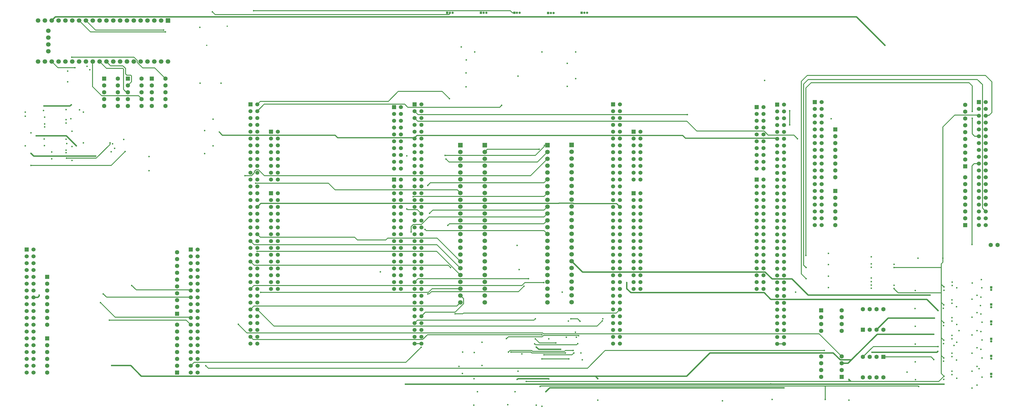
<source format=gbr>
%TF.GenerationSoftware,KiCad,Pcbnew,9.0.2+dfsg-1*%
%TF.CreationDate,2025-06-27T22:52:18-07:00*%
%TF.ProjectId,signalmesh,7369676e-616c-46d6-9573-682e6b696361,rev?*%
%TF.SameCoordinates,Original*%
%TF.FileFunction,Copper,L3,Inr*%
%TF.FilePolarity,Positive*%
%FSLAX46Y46*%
G04 Gerber Fmt 4.6, Leading zero omitted, Abs format (unit mm)*
G04 Created by KiCad (PCBNEW 9.0.2+dfsg-1) date 2025-06-27 22:52:18*
%MOMM*%
%LPD*%
G01*
G04 APERTURE LIST*
G04 Aperture macros list*
%AMRoundRect*
0 Rectangle with rounded corners*
0 $1 Rounding radius*
0 $2 $3 $4 $5 $6 $7 $8 $9 X,Y pos of 4 corners*
0 Add a 4 corners polygon primitive as box body*
4,1,4,$2,$3,$4,$5,$6,$7,$8,$9,$2,$3,0*
0 Add four circle primitives for the rounded corners*
1,1,$1+$1,$2,$3*
1,1,$1+$1,$4,$5*
1,1,$1+$1,$6,$7*
1,1,$1+$1,$8,$9*
0 Add four rect primitives between the rounded corners*
20,1,$1+$1,$2,$3,$4,$5,0*
20,1,$1+$1,$4,$5,$6,$7,0*
20,1,$1+$1,$6,$7,$8,$9,0*
20,1,$1+$1,$8,$9,$2,$3,0*%
G04 Aperture macros list end*
%TA.AperFunction,ComponentPad*%
%ADD10R,1.508000X1.508000*%
%TD*%
%TA.AperFunction,ComponentPad*%
%ADD11C,1.508000*%
%TD*%
%TA.AperFunction,ComponentPad*%
%ADD12R,1.605000X1.605000*%
%TD*%
%TA.AperFunction,ComponentPad*%
%ADD13C,1.605000*%
%TD*%
%TA.AperFunction,ComponentPad*%
%ADD14R,1.530000X1.530000*%
%TD*%
%TA.AperFunction,ComponentPad*%
%ADD15C,1.530000*%
%TD*%
%TA.AperFunction,ComponentPad*%
%ADD16R,1.700000X1.700000*%
%TD*%
%TA.AperFunction,ComponentPad*%
%ADD17C,1.700000*%
%TD*%
%TA.AperFunction,ComponentPad*%
%ADD18R,0.850000X0.850000*%
%TD*%
%TA.AperFunction,ComponentPad*%
%ADD19C,0.850000*%
%TD*%
%TA.AperFunction,ComponentPad*%
%ADD20R,1.600000X1.600000*%
%TD*%
%TA.AperFunction,ComponentPad*%
%ADD21C,1.600000*%
%TD*%
%TA.AperFunction,ComponentPad*%
%ADD22RoundRect,0.250000X0.550000X0.550000X-0.550000X0.550000X-0.550000X-0.550000X0.550000X-0.550000X0*%
%TD*%
%TA.AperFunction,ComponentPad*%
%ADD23RoundRect,0.250000X-0.550000X-0.550000X0.550000X-0.550000X0.550000X0.550000X-0.550000X0.550000X0*%
%TD*%
%TA.AperFunction,ComponentPad*%
%ADD24RoundRect,0.250000X-0.550000X0.550000X-0.550000X-0.550000X0.550000X-0.550000X0.550000X0.550000X0*%
%TD*%
%TA.AperFunction,ComponentPad*%
%ADD25RoundRect,0.250000X0.550000X-0.550000X0.550000X0.550000X-0.550000X0.550000X-0.550000X-0.550000X0*%
%TD*%
%TA.AperFunction,ViaPad*%
%ADD26C,0.600000*%
%TD*%
%TA.AperFunction,ViaPad*%
%ADD27C,0.500000*%
%TD*%
%TA.AperFunction,Conductor*%
%ADD28C,0.300000*%
%TD*%
%TA.AperFunction,Conductor*%
%ADD29C,0.500000*%
%TD*%
%TA.AperFunction,Conductor*%
%ADD30C,0.400000*%
%TD*%
G04 APERTURE END LIST*
D10*
%TO.N,unconnected-(U17E-D16{slash}I2S_A_MCK-PadCN7_1)*%
%TO.C,U17*%
X469720000Y-88896000D03*
D11*
%TO.N,unconnected-(U17E-D15{slash}I2C_A_SCL-PadCN7_2)*%
X472260000Y-88896000D03*
%TO.N,unconnected-(U17E-D17{slash}I2S_A_SD-PadCN7_3)*%
X469720000Y-91436000D03*
%TO.N,unconnected-(U17E-D14{slash}I2C_A_SDA-PadCN7_4)*%
X472260000Y-91436000D03*
%TO.N,unconnected-(U17E-D18{slash}I2S_A_CK-PadCN7_5)*%
X469720000Y-93976000D03*
%TO.N,unconnected-(U17E-VREFP_CN7-PadCN7_6)*%
X472260000Y-93976000D03*
%TO.N,unconnected-(U17E-D19{slash}I2S_A_WS-PadCN7_7)*%
X469720000Y-96516000D03*
%TO.N,unconnected-(U17E-GND_CN7-PadCN7_8)*%
X472260000Y-96516000D03*
%TO.N,unconnected-(U17E-D20{slash}I2S_B_WS-PadCN7_9)*%
X469720000Y-99056000D03*
%TO.N,unconnected-(U17E-D13{slash}SPI_A_SCK-PadCN7_10)*%
X472260000Y-99056000D03*
%TO.N,unconnected-(U17E-D21{slash}I2S_B_MCK-PadCN7_11)*%
X469720000Y-101596000D03*
%TO.N,unconnected-(U17E-D12{slash}SPI_A_MISO-PadCN7_12)*%
X472260000Y-101596000D03*
%TO.N,unconnected-(U17E-D22{slash}I2S_B_SD{slash}SPI_B_MOSI-PadCN7_13)*%
X469720000Y-104136000D03*
%TO.N,unconnected-(U17E-D11{slash}SPI_A_MOSI{slash}TIM_E_PWM1-PadCN7_14)*%
X472260000Y-104136000D03*
%TO.N,unconnected-(U17E-D23{slash}I2S_B_CK{slash}SPI_B_SCK-PadCN7_15)*%
X469720000Y-106676000D03*
%TO.N,unconnected-(U17E-D10{slash}SPI_A_CS{slash}TIM_B_PWM3-PadCN7_16)*%
X472260000Y-106676000D03*
%TO.N,unconnected-(U17E-D24{slash}SPI_B_NSS-PadCN7_17)*%
X469720000Y-109216000D03*
%TO.N,unconnected-(U17E-D9{slash}TIMER_B_PWM2-PadCN7_18)*%
X472260000Y-109216000D03*
%TO.N,unconnected-(U17E-D25{slash}SPI_B_MISO-PadCN7_19)*%
X469720000Y-111756000D03*
%TO.N,unconnected-(U17E-D8{slash}IO-PadCN7_20)*%
X472260000Y-111756000D03*
D10*
%TO.N,unconnected-(U17C-NC_CN8-PadCN8_1)*%
X424000000Y-98040000D03*
D11*
%TO.N,unconnected-(U17C-D43{slash}SDMMC_D0-PadCN8_2)*%
X426540000Y-98040000D03*
%TO.N,unconnected-(U17C-IOREF_CN8-PadCN8_3)*%
X424000000Y-100580000D03*
%TO.N,unconnected-(U17C-D44{slash}SDMMC_D1{slash}I2S_A_CKIN-PadCN8_4)*%
X426540000Y-100580000D03*
%TO.N,unconnected-(U17C-NRST_CN8-PadCN8_5)*%
X424000000Y-103120000D03*
%TO.N,unconnected-(U17C-D45{slash}SDMMC_D2-PadCN8_6)*%
X426540000Y-103120000D03*
%TO.N,unconnected-(U17C-3V3_CN8-PadCN8_7)*%
X424000000Y-105660000D03*
%TO.N,unconnected-(U17C-D46{slash}SDMMC_D3-PadCN8_8)*%
X426540000Y-105660000D03*
%TO.N,unconnected-(U17C-5V_CN8-PadCN8_9)*%
X424000000Y-108200000D03*
%TO.N,unconnected-(U17C-D47{slash}SDMMC_CK-PadCN8_10)*%
X426540000Y-108200000D03*
%TO.N,Net-(U17C-GND_CN8-PadCN8_11)*%
X424000000Y-110740000D03*
%TO.N,unconnected-(U17C-D48{slash}SDMMC_CMD-PadCN8_12)*%
X426540000Y-110740000D03*
%TO.N,Net-(U17C-GND_CN8-PadCN8_11)*%
X424000000Y-113280000D03*
%TO.N,unconnected-(U17C-D49{slash}IO-PadCN8_14)*%
X426540000Y-113280000D03*
%TO.N,unconnected-(U17C-VIN_CN8-PadCN8_15)*%
X424000000Y-115820000D03*
%TO.N,unconnected-(U17C-D50{slash}IO-PadCN8_16)*%
X426540000Y-115820000D03*
D10*
%TO.N,unconnected-(U17D-A0{slash}ADC12_INP15-PadCN9_1)*%
X424000000Y-120900000D03*
D11*
%TO.N,unconnected-(U17D-D51{slash}USART_B_SCLK-PadCN9_2)*%
X426540000Y-120900000D03*
%TO.N,unconnected-(U17D-A1{slash}ADC123_INP10-PadCN9_3)*%
X424000000Y-123440000D03*
%TO.N,unconnected-(U17D-D52{slash}USART_B_RX-PadCN9_4)*%
X426540000Y-123440000D03*
%TO.N,unconnected-(U17D-A2{slash}ADC12_INP13-PadCN9_5)*%
X424000000Y-125980000D03*
%TO.N,unconnected-(U17D-D53{slash}USART_B_TX-PadCN9_6)*%
X426540000Y-125980000D03*
%TO.N,unconnected-(U17D-A3{slash}ADC12_INP5-PadCN9_7)*%
X424000000Y-128520000D03*
%TO.N,unconnected-(U17D-D54{slash}USART_B_RTS-PadCN9_8)*%
X426540000Y-128520000D03*
%TO.N,unconnected-(U17D-A4{slash}ADC123_INP12{slash}I2C1_SDA-PadCN9_9)*%
X424000000Y-131060000D03*
%TO.N,unconnected-(U17D-D55{slash}USART_B_CTS-PadCN9_10)*%
X426540000Y-131060000D03*
%TO.N,unconnected-(U17D-A5{slash}ADC3_INP6{slash}I2C1_SCL-PadCN9_11)*%
X424000000Y-133600000D03*
%TO.N,Net-(U17D-GND_CN9-PadCN9_12)*%
X426540000Y-133600000D03*
%TO.N,unconnected-(U17D-D72{slash}COMP1_INP-PadCN9_13)*%
X424000000Y-136140000D03*
%TO.N,unconnected-(U17D-D56{slash}SAI_A_MCLK-PadCN9_14)*%
X426540000Y-136140000D03*
%TO.N,unconnected-(U17D-D71{slash}COMP2_INP-PadCN9_15)*%
X424000000Y-138680000D03*
%TO.N,unconnected-(U17D-D57{slash}SAI_A_FS-PadCN9_16)*%
X426540000Y-138680000D03*
%TO.N,unconnected-(U17D-D70{slash}I2C_B_SMBA-PadCN9_17)*%
X424000000Y-141220000D03*
%TO.N,unconnected-(U17D-D58{slash}SAI_A_SCK-PadCN9_18)*%
X426540000Y-141220000D03*
%TO.N,unconnected-(U17D-D69{slash}I2C_B_SCL-PadCN9_19)*%
X424000000Y-143760000D03*
%TO.N,unconnected-(U17D-D59{slash}SAI_A_SD-PadCN9_20)*%
X426540000Y-143760000D03*
%TO.N,unconnected-(U17D-D68{slash}I2C_B_SDA-PadCN9_21)*%
X424000000Y-146300000D03*
%TO.N,unconnected-(U17D-D60{slash}SAI_B_SD-PadCN9_22)*%
X426540000Y-146300000D03*
%TO.N,Net-(U17D-GND_CN9-PadCN9_12)*%
X424000000Y-148840000D03*
%TO.N,unconnected-(U17D-D61{slash}SAI_B_SCK-PadCN9_24)*%
X426540000Y-148840000D03*
%TO.N,unconnected-(U17D-D67{slash}CAN_RX-PadCN9_25)*%
X424000000Y-151380000D03*
%TO.N,unconnected-(U17D-D62{slash}SAI_B_MCLK-PadCN9_26)*%
X426540000Y-151380000D03*
%TO.N,unconnected-(U17D-D66{slash}CAN_TX-PadCN9_27)*%
X424000000Y-153920000D03*
%TO.N,unconnected-(U17D-D63{slash}SAI_B_FS-PadCN9_28)*%
X426540000Y-153920000D03*
%TO.N,unconnected-(U17D-D65{slash}IO-PadCN9_29)*%
X424000000Y-156460000D03*
%TO.N,unconnected-(U17D-D64{slash}IO-PadCN9_30)*%
X426540000Y-156460000D03*
D10*
%TO.N,unconnected-(U17F-AVDD-PadCN10_1)*%
X469720000Y-115820000D03*
D11*
%TO.N,unconnected-(U17F-D7{slash}IO-PadCN10_2)*%
X472260000Y-115820000D03*
%TO.N,unconnected-(U17F-AGND_CN10-PadCN10_3)*%
X469720000Y-118360000D03*
%TO.N,unconnected-(U17F-D6{slash}TIMER_A_PWM1-PadCN10_4)*%
X472260000Y-118360000D03*
%TO.N,Net-(U17F-GND_CN10-PadCN10_17)*%
X469720000Y-120900000D03*
%TO.N,unconnected-(U17F-D5{slash}TIMER_A_PWM2-PadCN10_6)*%
X472260000Y-120900000D03*
%TO.N,unconnected-(U17F-A6{slash}ADC_A_IN-PadCN10_7)*%
X469720000Y-123440000D03*
%TO.N,unconnected-(U17F-D4{slash}IO-PadCN10_8)*%
X472260000Y-123440000D03*
%TO.N,unconnected-(U17F-A7{slash}ADC_B_IN-PadCN10_9)*%
X469720000Y-125980000D03*
%TO.N,unconnected-(U17F-D3{slash}TIMER_A_PWM3-PadCN10_10)*%
X472260000Y-125980000D03*
%TO.N,unconnected-(U17F-A8{slash}ADC_C_IN-PadCN10_11)*%
X469720000Y-128520000D03*
%TO.N,unconnected-(U17F-D2{slash}IO-PadCN10_12)*%
X472260000Y-128520000D03*
%TO.N,unconnected-(U17F-D26{slash}QSPI_CS-PadCN10_13)*%
X469720000Y-131060000D03*
%TO.N,unconnected-(U17F-D1{slash}USART_A_TX-PadCN10_14)*%
X472260000Y-131060000D03*
%TO.N,unconnected-(U17F-D27{slash}QSPI_CLK-PadCN10_15)*%
X469720000Y-133600000D03*
%TO.N,unconnected-(U17F-D0{slash}USART_A_RX-PadCN10_16)*%
X472260000Y-133600000D03*
%TO.N,Net-(U17F-GND_CN10-PadCN10_17)*%
X469720000Y-136140000D03*
%TO.N,unconnected-(U17F-D42{slash}TIMER_A_PWM1N-PadCN10_18)*%
X472260000Y-136140000D03*
%TO.N,unconnected-(U17F-D28{slash}QSPI_BK1_IO3-PadCN10_19)*%
X469720000Y-138680000D03*
%TO.N,unconnected-(U17F-D41{slash}TIMER_A_ETR-PadCN10_20)*%
X472260000Y-138680000D03*
%TO.N,unconnected-(U17F-D29{slash}QSPI_BK1_IO1-PadCN10_21)*%
X469720000Y-141220000D03*
%TO.N,Net-(U17F-GND_CN10-PadCN10_17)*%
X472260000Y-141220000D03*
%TO.N,unconnected-(U17F-D30{slash}QSPI_BK1_IO0-PadCN10_23)*%
X469720000Y-143760000D03*
%TO.N,unconnected-(U17F-D40{slash}TIMER_A_PWM2N-PadCN10_24)*%
X472260000Y-143760000D03*
%TO.N,unconnected-(U17F-D31{slash}QSPI_BK1_IO2-PadCN10_25)*%
X469720000Y-146300000D03*
%TO.N,unconnected-(U17F-D39{slash}TIMER_A_PWM3N-PadCN10_26)*%
X472260000Y-146300000D03*
%TO.N,Net-(U17F-GND_CN10-PadCN10_17)*%
X469720000Y-148840000D03*
%TO.N,unconnected-(U17F-D38{slash}TIMER_A_BKIN2-PadCN10_28)*%
X472260000Y-148840000D03*
%TO.N,unconnected-(U17F-D32{slash}TIMER_C_PWM1-PadCN10_29)*%
X469720000Y-151380000D03*
%TO.N,unconnected-(U17F-D37{slash}TIMER_A_BKIN1-PadCN10_30)*%
X472260000Y-151380000D03*
%TO.N,unconnected-(U17F-D33{slash}TIMER_D_PWM1-PadCN10_31)*%
X469720000Y-153920000D03*
%TO.N,unconnected-(U17F-D36{slash}TIMER_C_PWM2-PadCN10_32)*%
X472260000Y-153920000D03*
%TO.N,unconnected-(U17F-D34{slash}TIMER_B_ETR-PadCN10_33)*%
X469720000Y-156460000D03*
%TO.N,unconnected-(U17F-D35{slash}TIMER_C_PWM3-PadCN10_34)*%
X472260000Y-156460000D03*
D10*
%TO.N,unconnected-(U17A-PC10-PadCN11_1)*%
X416380000Y-87880000D03*
D11*
%TO.N,unconnected-(U17A-PC11-PadCN11_2)*%
X418920000Y-87880000D03*
%TO.N,DSM_DBG_TX*%
X416380000Y-90420000D03*
%TO.N,DSM_DBG_RX*%
X418920000Y-90420000D03*
%TO.N,unconnected-(U17A-3V3_VDD-PadCN11_5)*%
X416380000Y-92960000D03*
%TO.N,unconnected-(U17A-5V_EXT-PadCN11_6)*%
X418920000Y-92960000D03*
%TO.N,unconnected-(U17A-BOOT0-PadCN11_7)*%
X416380000Y-95500000D03*
%TO.N,GND*%
X418920000Y-95500000D03*
%TO.N,unconnected-(U17A-PF6-PadCN11_9)*%
X416380000Y-98040000D03*
%TO.N,unconnected-(U17A-NC-PadCN11_10)*%
X418920000Y-98040000D03*
%TO.N,unconnected-(U17A-PF7-PadCN11_11)*%
X416380000Y-100580000D03*
%TO.N,unconnected-(U17A-IOREF-PadCN11_12)*%
X418920000Y-100580000D03*
%TO.N,unconnected-(U17A-PA13-PadCN11_13)*%
X416380000Y-103120000D03*
%TO.N,unconnected-(U17A-NRST-PadCN11_14)*%
X418920000Y-103120000D03*
%TO.N,unconnected-(U17A-PA14-PadCN11_15)*%
X416380000Y-105660000D03*
%TO.N,unconnected-(U17A-3V3-PadCN11_16)*%
X418920000Y-105660000D03*
%TO.N,unconnected-(U17A-PA15-PadCN11_17)*%
X416380000Y-108200000D03*
%TO.N,5V_AAM*%
X418920000Y-108200000D03*
%TO.N,GND*%
X416380000Y-110740000D03*
X418920000Y-110740000D03*
%TO.N,unconnected-(U17A-PB7-PadCN11_21)*%
X416380000Y-113280000D03*
%TO.N,GND*%
X418920000Y-113280000D03*
%TO.N,unconnected-(U17A-PC13-PadCN11_23)*%
X416380000Y-115820000D03*
%TO.N,unconnected-(U17A-VIN-PadCN11_24)*%
X418920000Y-115820000D03*
%TO.N,unconnected-(U17A-PC14-PadCN11_25)*%
X416380000Y-118360000D03*
%TO.N,unconnected-(U17A-NC-PadCN11_26)*%
X418920000Y-118360000D03*
%TO.N,unconnected-(U17A-PC15-PadCN11_27)*%
X416380000Y-120900000D03*
%TO.N,unconnected-(U17A-PA0-PadCN11_28)*%
X418920000Y-120900000D03*
%TO.N,unconnected-(U17A-PH0-PadCN11_29)*%
X416380000Y-123440000D03*
%TO.N,unconnected-(U17A-PA1-PadCN11_30)*%
X418920000Y-123440000D03*
%TO.N,unconnected-(U17A-PH1-PadCN11_31)*%
X416380000Y-125980000D03*
%TO.N,AAM_DAC_R*%
X418920000Y-125980000D03*
%TO.N,unconnected-(U17A-VBAT-PadCN11_33)*%
X416380000Y-128520000D03*
%TO.N,unconnected-(U17A-PB0-PadCN11_34)*%
X418920000Y-128520000D03*
%TO.N,unconnected-(U17A-PC2-PadCN11_35)*%
X416380000Y-131060000D03*
%TO.N,unconnected-(U17A-PC1-PadCN11_36)*%
X418920000Y-131060000D03*
%TO.N,unconnected-(U17A-PC3-PadCN11_37)*%
X416380000Y-133600000D03*
%TO.N,unconnected-(U17A-PC0-PadCN11_38)*%
X418920000Y-133600000D03*
%TO.N,unconnected-(U17A-PD4-PadCN11_39)*%
X416380000Y-136140000D03*
%TO.N,unconnected-(U17A-PD3-PadCN11_40)*%
X418920000Y-136140000D03*
%TO.N,unconnected-(U17A-PD5-PadCN11_41)*%
X416380000Y-138680000D03*
%TO.N,unconnected-(U17A-PG2-PadCN11_42)*%
X418920000Y-138680000D03*
%TO.N,unconnected-(U17A-PD6-PadCN11_43)*%
X416380000Y-141220000D03*
%TO.N,unconnected-(U17A-PG3-PadCN11_44)*%
X418920000Y-141220000D03*
%TO.N,unconnected-(U17A-PD7-PadCN11_45)*%
X416380000Y-143760000D03*
%TO.N,unconnected-(U17A-PE2-PadCN11_46)*%
X418920000Y-143760000D03*
%TO.N,AAM_INTRPT_TX*%
X416380000Y-146300000D03*
%TO.N,unconnected-(U17A-PE4-PadCN11_48)*%
X418920000Y-146300000D03*
%TO.N,GND*%
X416380000Y-148840000D03*
%TO.N,unconnected-(U17A-PE5-PadCN11_50)*%
X418920000Y-148840000D03*
%TO.N,unconnected-(U17A-PF1-PadCN11_51)*%
X416380000Y-151380000D03*
%TO.N,unconnected-(U17A-PF2-PadCN11_52)*%
X418920000Y-151380000D03*
%TO.N,unconnected-(U17A-PF0-PadCN11_53)*%
X416380000Y-153920000D03*
%TO.N,unconnected-(U17A-PF8-PadCN11_54)*%
X418920000Y-153920000D03*
%TO.N,unconnected-(U17A-PD1-PadCN11_55)*%
X416380000Y-156460000D03*
%TO.N,unconnected-(U17A-PF9-PadCN11_56)*%
X418920000Y-156460000D03*
%TO.N,unconnected-(U17A-PD0-PadCN11_57)*%
X416380000Y-159000000D03*
%TO.N,unconnected-(U17A-PG1-PadCN11_58)*%
X418920000Y-159000000D03*
%TO.N,unconnected-(U17A-PG0-PadCN11_59)*%
X416380000Y-161540000D03*
%TO.N,GND*%
X418920000Y-161540000D03*
%TO.N,unconnected-(U17A-PE1-PadCN11_61)*%
X416380000Y-164080000D03*
%TO.N,AAM_INTRPT_RX*%
X418920000Y-164080000D03*
%TO.N,unconnected-(U17A-PG9-PadCN11_63)*%
X416380000Y-166620000D03*
%TO.N,unconnected-(U17A-PG15-PadCN11_64)*%
X418920000Y-166620000D03*
%TO.N,unconnected-(U17A-PG12-PadCN11_65)*%
X416380000Y-169160000D03*
%TO.N,unconnected-(U17A-PG10-PadCN11_66)*%
X418920000Y-169160000D03*
%TO.N,unconnected-(U17A-NC-PadCN11_67)*%
X416380000Y-171700000D03*
%TO.N,unconnected-(U17A-PG13-PadCN11_68)*%
X418920000Y-171700000D03*
%TO.N,unconnected-(U17A-PD9-PadCN11_69)*%
X416380000Y-174240000D03*
%TO.N,unconnected-(U17A-PG11-PadCN11_70)*%
X418920000Y-174240000D03*
%TO.N,GND*%
X416380000Y-176780000D03*
X418920000Y-176780000D03*
D10*
%TO.N,unconnected-(U17B-PC9-PadCN12_1)*%
X477340000Y-87900000D03*
D11*
%TO.N,unconnected-(U17B-PC8-PadCN12_2)*%
X479880000Y-87900000D03*
%TO.N,DSM_CAN_RD*%
X477340000Y-90440000D03*
%TO.N,DSM_LED_OK*%
X479880000Y-90440000D03*
%TO.N,DSM_CAN_TD*%
X477340000Y-92980000D03*
%TO.N,DSM_LED_WARN*%
X479880000Y-92980000D03*
%TO.N,unconnected-(U17B-VREFP-PadCN12_7)*%
X477340000Y-95520000D03*
%TO.N,unconnected-(U17B-5V_USB_STLK-PadCN12_8)*%
X479880000Y-95520000D03*
%TO.N,Net-(U17B-GND_CN12-PadCN12_20)*%
X477340000Y-98060000D03*
%TO.N,unconnected-(U17B-PD8-PadCN12_10)*%
X479880000Y-98060000D03*
%TO.N,AAM_DAC_L*%
X477340000Y-100600000D03*
%TO.N,unconnected-(U17B-PA12-PadCN12_12)*%
X479880000Y-100600000D03*
%TO.N,unconnected-(U17B-PA6-PadCN12_13)*%
X477340000Y-103140000D03*
%TO.N,unconnected-(U17B-PA11-PadCN12_14)*%
X479880000Y-103140000D03*
%TO.N,unconnected-(U17B-PA7-PadCN12_15)*%
X477340000Y-105680000D03*
%TO.N,unconnected-(U17B-PB12-PadCN12_16)*%
X479880000Y-105680000D03*
%TO.N,unconnected-(U17B-PB6-PadCN12_17)*%
X477340000Y-108220000D03*
%TO.N,unconnected-(U17B-PB11-PadCN12_18)*%
X479880000Y-108220000D03*
%TO.N,unconnected-(U17B-PC7-PadCN12_19)*%
X477340000Y-110760000D03*
%TO.N,Net-(U17B-GND_CN12-PadCN12_20)*%
X479880000Y-110760000D03*
%TO.N,unconnected-(U17B-PA9-PadCN12_21)*%
X477340000Y-113300000D03*
%TO.N,unconnected-(U17B-PB2-PadCN12_22)*%
X479880000Y-113300000D03*
%TO.N,unconnected-(U17B-PA8-PadCN12_23)*%
X477340000Y-115840000D03*
%TO.N,unconnected-(U17B-PB1-PadCN12_24)*%
X479880000Y-115840000D03*
%TO.N,unconnected-(U17B-PB10-PadCN12_25)*%
X477340000Y-118380000D03*
%TO.N,unconnected-(U17B-PB15-PadCN12_26)*%
X479880000Y-118380000D03*
%TO.N,unconnected-(U17B-PB4-PadCN12_27)*%
X477340000Y-120920000D03*
%TO.N,unconnected-(U17B-PB14-PadCN12_28)*%
X479880000Y-120920000D03*
%TO.N,unconnected-(U17B-PB5-PadCN12_29)*%
X477340000Y-123460000D03*
%TO.N,unconnected-(U17B-PB13-PadCN12_30)*%
X479880000Y-123460000D03*
%TO.N,unconnected-(U17B-PB3-PadCN12_31)*%
X477340000Y-126000000D03*
%TO.N,unconnected-(U17B-AGND_CN12-PadCN12_32)*%
X479880000Y-126000000D03*
%TO.N,unconnected-(U17B-PA10-PadCN12_33)*%
X477340000Y-128540000D03*
%TO.N,DSM_LED_FAIL*%
X479880000Y-128540000D03*
%TO.N,unconnected-(U17B-PA2-PadCN12_35)*%
X477340000Y-131080000D03*
%TO.N,unconnected-(U17B-PF5-PadCN12_36)*%
X479880000Y-131080000D03*
%TO.N,unconnected-(U17B-PA3-PadCN12_37)*%
X477340000Y-133620000D03*
%TO.N,unconnected-(U17B-PF4-PadCN12_38)*%
X479880000Y-133620000D03*
%TO.N,Net-(U17B-GND_CN12-PadCN12_20)*%
X477340000Y-136160000D03*
%TO.N,unconnected-(U17B-PE8-PadCN12_40)*%
X479880000Y-136160000D03*
%TO.N,unconnected-(U17B-PD13-PadCN12_41)*%
X477340000Y-138700000D03*
%TO.N,unconnected-(U17B-PF10-PadCN12_42)*%
X479880000Y-138700000D03*
%TO.N,unconnected-(U17B-PD12-PadCN12_43)*%
X477340000Y-141240000D03*
%TO.N,unconnected-(U17B-PE7-PadCN12_44)*%
X479880000Y-141240000D03*
%TO.N,unconnected-(U17B-PD11-PadCN12_45)*%
X477340000Y-143780000D03*
%TO.N,unconnected-(U17B-PD14-PadCN12_46)*%
X479880000Y-143780000D03*
%TO.N,unconnected-(U17B-PE10-PadCN12_47)*%
X477340000Y-146320000D03*
%TO.N,unconnected-(U17B-PD15-PadCN12_48)*%
X479880000Y-146320000D03*
%TO.N,unconnected-(U17B-PE12-PadCN12_49)*%
X477340000Y-148860000D03*
%TO.N,unconnected-(U17B-PF14-PadCN12_50)*%
X479880000Y-148860000D03*
%TO.N,unconnected-(U17B-PE14-PadCN12_51)*%
X477340000Y-151400000D03*
%TO.N,unconnected-(U17B-PE9-PadCN12_52)*%
X479880000Y-151400000D03*
%TO.N,unconnected-(U17B-PE15-PadCN12_53)*%
X477340000Y-153940000D03*
%TO.N,Net-(U17B-GND_CN12-PadCN12_20)*%
X479880000Y-153940000D03*
%TO.N,unconnected-(U17B-PE13-PadCN12_55)*%
X477340000Y-156480000D03*
%TO.N,unconnected-(U17B-PE11-PadCN12_56)*%
X479880000Y-156480000D03*
%TO.N,unconnected-(U17B-PF13-PadCN12_57)*%
X477340000Y-159020000D03*
%TO.N,unconnected-(U17B-PF3-PadCN12_58)*%
X479880000Y-159020000D03*
%TO.N,unconnected-(U17B-PF12-PadCN12_59)*%
X477340000Y-161560000D03*
%TO.N,unconnected-(U17B-PF15-PadCN12_60)*%
X479880000Y-161560000D03*
%TO.N,unconnected-(U17B-PG14-PadCN12_61)*%
X477340000Y-164100000D03*
%TO.N,unconnected-(U17B-PF11-PadCN12_62)*%
X479880000Y-164100000D03*
%TO.N,Net-(U17B-GND_CN12-PadCN12_20)*%
X477340000Y-166640000D03*
%TO.N,unconnected-(U17B-PE0-PadCN12_64)*%
X479880000Y-166640000D03*
%TO.N,unconnected-(U17B-PD10-PadCN12_65)*%
X477340000Y-169180000D03*
%TO.N,unconnected-(U17B-PG8-PadCN12_66)*%
X479880000Y-169180000D03*
%TO.N,unconnected-(U17B-PG7-PadCN12_67)*%
X477340000Y-171720000D03*
%TO.N,unconnected-(U17B-PG5-PadCN12_68)*%
X479880000Y-171720000D03*
%TO.N,unconnected-(U17B-PG4-PadCN12_69)*%
X477340000Y-174260000D03*
%TO.N,unconnected-(U17B-PG6-PadCN12_70)*%
X479880000Y-174260000D03*
%TO.N,Net-(U17B-GND_CN12-PadCN12_20)*%
X477340000Y-176800000D03*
X479880000Y-176800000D03*
%TD*%
D12*
%TO.N,N/C*%
%TO.C,U9*%
X547240000Y-110880000D03*
D13*
X547240000Y-108340000D03*
X547240000Y-105800000D03*
X547240000Y-103260000D03*
X547240000Y-100720000D03*
X547240000Y-98180000D03*
X547240000Y-95640000D03*
X547240000Y-93100000D03*
X547240000Y-90560000D03*
X547240000Y-88020000D03*
D12*
X498980000Y-97160000D03*
D13*
X498980000Y-99700000D03*
X498980000Y-102240000D03*
X498980000Y-104780000D03*
X498980000Y-107320000D03*
X498980000Y-109860000D03*
X498980000Y-112400000D03*
X498980000Y-114940000D03*
D14*
X491360000Y-87000000D03*
D15*
X493900000Y-87000000D03*
X491360000Y-89540000D03*
X493900000Y-89540000D03*
X491360000Y-92080000D03*
X493900000Y-92080000D03*
X491360000Y-94620000D03*
X493900000Y-94620000D03*
X491360000Y-97160000D03*
X493900000Y-97160000D03*
X491360000Y-99700000D03*
X493900000Y-99700000D03*
X491360000Y-102240000D03*
X493900000Y-102240000D03*
X491360000Y-104780000D03*
X493900000Y-104780000D03*
X491360000Y-107320000D03*
X493900000Y-107320000D03*
X491360000Y-109860000D03*
X493900000Y-109860000D03*
X491360000Y-112400000D03*
X493900000Y-112400000D03*
X491360000Y-114940000D03*
X493900000Y-114940000D03*
X491360000Y-117480000D03*
X493900000Y-117480000D03*
X491360000Y-120020000D03*
X493900000Y-120020000D03*
X491360000Y-122560000D03*
X493900000Y-122560000D03*
X491360000Y-125100000D03*
X493900000Y-125100000D03*
X491360000Y-127640000D03*
X493900000Y-127640000D03*
X491360000Y-130180000D03*
X493900000Y-130180000D03*
X491360000Y-132720000D03*
X493900000Y-132720000D03*
D12*
X498980000Y-120020000D03*
D13*
X498980000Y-122560000D03*
X498980000Y-125100000D03*
X498980000Y-127640000D03*
X498980000Y-130180000D03*
X498980000Y-132720000D03*
D12*
X547240000Y-132720000D03*
D13*
X547240000Y-130180000D03*
X547240000Y-127640000D03*
X547240000Y-125100000D03*
X547240000Y-122560000D03*
X547240000Y-120020000D03*
X547240000Y-117480000D03*
X547240000Y-114940000D03*
D14*
%TO.N,unconnected-(U9B-PC9-PadCN10_1)*%
X552320000Y-87000000D03*
D15*
%TO.N,unconnected-(U9B-PC8-PadCN10_2)*%
X554860000Y-87000000D03*
%TO.N,TDM_I2C1_SCL*%
X552320000Y-89540000D03*
%TO.N,unconnected-(U9B-PC6-PadCN10_4)*%
X554860000Y-89540000D03*
%TO.N,TDM_I2C1_SDA*%
X552320000Y-92080000D03*
%TO.N,TDM_LED_FAIL*%
X554860000Y-92080000D03*
%TO.N,unconnected-(U9B-AVDD-PadCN10_7)*%
X552320000Y-94620000D03*
%TO.N,5V_TDM*%
X554860000Y-94620000D03*
%TO.N,GND*%
X552320000Y-97160000D03*
%TO.N,N/C*%
X554860000Y-97160000D03*
%TO.N,TDM_LED_OK*%
X552320000Y-99700000D03*
%TO.N,TDM_CAN_TD*%
X554860000Y-99700000D03*
%TO.N,unconnected-(U9B-PA6-PadCN10_13)*%
X552320000Y-102240000D03*
%TO.N,TDM_CAN_RD*%
X554860000Y-102240000D03*
%TO.N,unconnected-(U9B-PA7-PadCN10_15)*%
X552320000Y-104780000D03*
%TO.N,unconnected-(U9B-PB12-PadCN10_16)*%
X554860000Y-104780000D03*
%TO.N,unconnected-(U9B-PB6-PadCN10_17)*%
X552320000Y-107320000D03*
%TO.N,N/C*%
X554860000Y-107320000D03*
%TO.N,Net-(U9B-PC7)*%
X552320000Y-109860000D03*
%TO.N,GND*%
X554860000Y-109860000D03*
%TO.N,unconnected-(U9B-PA9-PadCN10_21)*%
X552320000Y-112400000D03*
%TO.N,unconnected-(U9B-PB2-PadCN10_22)*%
X554860000Y-112400000D03*
%TO.N,unconnected-(U9B-PA8-PadCN10_23)*%
X552320000Y-114940000D03*
%TO.N,unconnected-(U9B-PB1-PadCN10_24)*%
X554860000Y-114940000D03*
%TO.N,unconnected-(U9B-PB10-PadCN10_25)*%
X552320000Y-117480000D03*
%TO.N,unconnected-(U9B-PB15-PadCN10_26)*%
X554860000Y-117480000D03*
%TO.N,unconnected-(U9B-PB4-PadCN10_27)*%
X552320000Y-120020000D03*
%TO.N,unconnected-(U9B-PB14-PadCN10_28)*%
X554860000Y-120020000D03*
%TO.N,unconnected-(U9B-PB5-PadCN10_29)*%
X552320000Y-122560000D03*
%TO.N,unconnected-(U9B-PB13-PadCN10_30)*%
X554860000Y-122560000D03*
%TO.N,unconnected-(U9B-PB3-PadCN10_31)*%
X552320000Y-125100000D03*
%TO.N,unconnected-(U9B-AGND-PadCN10_32)*%
X554860000Y-125100000D03*
%TO.N,unconnected-(U9B-PA10-PadCN10_33)*%
X552320000Y-127640000D03*
%TO.N,TDM_LED_WARN*%
X554860000Y-127640000D03*
%TO.N,TDM_DBG_TX*%
X552320000Y-130180000D03*
%TO.N,N/C*%
X554860000Y-130180000D03*
%TO.N,TDM_DBG_RX*%
X552320000Y-132720000D03*
%TO.N,N/C*%
X554860000Y-132720000D03*
%TD*%
D16*
%TO.N,unconnected-(U4-PB12-Pad1)*%
%TO.C,U4*%
X251000000Y-56660000D03*
D17*
%TO.N,unconnected-(U4-PB13-Pad2)*%
X248460000Y-56660000D03*
%TO.N,unconnected-(U4-PB14-Pad3)*%
X245920000Y-56660000D03*
%TO.N,unconnected-(U4-PB15-Pad4)*%
X243380000Y-56660000D03*
%TO.N,unconnected-(U4-PA8-Pad5)*%
X240840000Y-56660000D03*
%TO.N,7SDD_CMD_TX*%
X238300000Y-56660000D03*
%TO.N,7SDD_CMD_RX*%
X235760000Y-56660000D03*
%TO.N,Net-(U2-DP)*%
X233220000Y-56660000D03*
%TO.N,Net-(U2-G)*%
X230680000Y-56660000D03*
%TO.N,Net-(U2-F)*%
X228140000Y-56660000D03*
%TO.N,Net-(U2-E)*%
X225600000Y-56660000D03*
%TO.N,Net-(U2-D)*%
X223060000Y-56660000D03*
%TO.N,Net-(U2-C)*%
X220520000Y-56660000D03*
%TO.N,Net-(U2-B)*%
X217980000Y-56660000D03*
%TO.N,Net-(U2-A)*%
X215440000Y-56660000D03*
%TO.N,Net-(U18-DP)*%
X212900000Y-56660000D03*
%TO.N,Net-(U18-G)*%
X210360000Y-56660000D03*
%TO.N,5V_7SDD*%
X207820000Y-56660000D03*
%TO.N,unconnected-(U4-GND-Pad19)*%
X205280000Y-56660000D03*
%TO.N,unconnected-(U4-3V3-Pad20)*%
X202740000Y-56660000D03*
%TO.N,unconnected-(U4-VBat-Pad21)*%
X202740000Y-71900000D03*
%TO.N,unconnected-(U4-PC13-Pad22)*%
X205280000Y-71900000D03*
%TO.N,Net-(U18-F)*%
X207820000Y-71900000D03*
%TO.N,Net-(U18-E)*%
X210360000Y-71900000D03*
%TO.N,Net-(U18-D)*%
X212900000Y-71900000D03*
%TO.N,Net-(U18-C)*%
X215440000Y-71900000D03*
%TO.N,Net-(U18-B)*%
X217980000Y-71900000D03*
%TO.N,Net-(U18-A)*%
X220520000Y-71900000D03*
%TO.N,Net-(U19-DP)*%
X223060000Y-71900000D03*
%TO.N,Net-(U19-G)*%
X225600000Y-71900000D03*
%TO.N,Net-(U19-F)*%
X228140000Y-71900000D03*
%TO.N,Net-(U19-E)*%
X230680000Y-71900000D03*
%TO.N,Net-(U19-D)*%
X233220000Y-71900000D03*
%TO.N,Net-(U19-C)*%
X235760000Y-71900000D03*
%TO.N,Net-(U19-B)*%
X238300000Y-71900000D03*
%TO.N,Net-(U19-A)*%
X240840000Y-71900000D03*
%TO.N,unconnected-(U4-RST-Pad37)*%
X243380000Y-71900000D03*
%TO.N,unconnected-(U4-3V3-Pad38)*%
X245920000Y-71900000D03*
%TO.N,GND*%
X248460000Y-71900000D03*
%TO.N,unconnected-(U4-GND-Pad40)*%
X251000000Y-71900000D03*
%TO.N,N/C*%
X206551000Y-68092000D03*
X206551000Y-65552000D03*
X206551000Y-63012000D03*
X206551000Y-60472000D03*
%TD*%
D12*
%TO.N,unconnected-(U3F-D8-PadCN5_1)*%
%TO.C,U3*%
X254460000Y-165690000D03*
D13*
%TO.N,unconnected-(U3F-D9-PadCN5_2)*%
X254460000Y-163150000D03*
%TO.N,unconnected-(U3F-D10-PadCN5_3)*%
X254460000Y-160610000D03*
%TO.N,unconnected-(U3F-D11-PadCN5_4)*%
X254460000Y-158070000D03*
%TO.N,unconnected-(U3F-D12-PadCN5_5)*%
X254460000Y-155530000D03*
%TO.N,unconnected-(U3F-D13-PadCN5_6)*%
X254460000Y-152990000D03*
%TO.N,unconnected-(U3F-GND_S6-PadCN5_7)*%
X254460000Y-150450000D03*
%TO.N,unconnected-(U3F-AVDD_S6-PadCN5_8)*%
X254460000Y-147910000D03*
%TO.N,unconnected-(U3F-D14-PadCN5_9)*%
X254460000Y-145370000D03*
%TO.N,unconnected-(U3F-D15-PadCN5_10)*%
X254460000Y-142830000D03*
D12*
%TO.N,N/C*%
X206200000Y-151970000D03*
D13*
%TO.N,unconnected-(U3C-IOREF-PadCN6_2)*%
X206200000Y-154510000D03*
%TO.N,unconnected-(U3C-RESET-PadCN6_3)*%
X206200000Y-157050000D03*
%TO.N,unconnected-(U3C-+3V3-PadCN6_4)*%
X206200000Y-159590000D03*
%TO.N,unconnected-(U3C-+5V-PadCN6_5)*%
X206200000Y-162130000D03*
%TO.N,Net-(U3C-GND-PadCN6_6)*%
X206200000Y-164670000D03*
X206200000Y-167210000D03*
%TO.N,unconnected-(U3C-VIN-PadCN6_8)*%
X206200000Y-169750000D03*
D14*
%TO.N,unconnected-(U3A-PC10-PadCN7_1)*%
X198580000Y-141810000D03*
D15*
%TO.N,unconnected-(U3A-PC11-PadCN7_2)*%
X201120000Y-141810000D03*
%TO.N,unconnected-(U3A-PC12-PadCN7_3)*%
X198580000Y-144350000D03*
%TO.N,unconnected-(U3A-PD2-PadCN7_4)*%
X201120000Y-144350000D03*
%TO.N,unconnected-(U3A-VDD-PadCN7_5)*%
X198580000Y-146890000D03*
%TO.N,unconnected-(U3A-E5V-PadCN7_6)*%
X201120000Y-146890000D03*
%TO.N,unconnected-(U3A-BOOT0-PadCN7_7)*%
X198580000Y-149430000D03*
%TO.N,Net-(U3A-GND_S1-PadCN7_19)*%
X201120000Y-149430000D03*
%TO.N,N/C*%
X198580000Y-151970000D03*
X201120000Y-151970000D03*
X198580000Y-154510000D03*
%TO.N,unconnected-(U3A-IOREF_S1-PadCN7_12)*%
X201120000Y-154510000D03*
%TO.N,unconnected-(U3A-PA13-PadCN7_13)*%
X198580000Y-157050000D03*
%TO.N,unconnected-(U3A-RESET_S1-PadCN7_14)*%
X201120000Y-157050000D03*
%TO.N,unconnected-(U3A-PA14-PadCN7_15)*%
X198580000Y-159590000D03*
%TO.N,3V3_UUM*%
X201120000Y-159590000D03*
%TO.N,unconnected-(U3A-PA15-PadCN7_17)*%
X198580000Y-162130000D03*
%TO.N,unconnected-(U3A-+5V_S1-PadCN7_18)*%
X201120000Y-162130000D03*
%TO.N,Net-(U3A-GND_S1-PadCN7_19)*%
X198580000Y-164670000D03*
X201120000Y-164670000D03*
%TO.N,unconnected-(U3A-PB7-PadCN7_21)*%
X198580000Y-167210000D03*
%TO.N,Net-(U3A-GND_S1-PadCN7_19)*%
X201120000Y-167210000D03*
%TO.N,unconnected-(U3A-PC13-PadCN7_23)*%
X198580000Y-169750000D03*
%TO.N,unconnected-(U3A-VIN_S1-PadCN7_24)*%
X201120000Y-169750000D03*
%TO.N,UUM_SPI_SEL*%
X198580000Y-172290000D03*
%TO.N,N/C*%
X201120000Y-172290000D03*
%TO.N,unconnected-(U3A-PC15-PadCN7_27)*%
X198580000Y-174830000D03*
%TO.N,unconnected-(U3A-PA0-PadCN7_28)*%
X201120000Y-174830000D03*
%TO.N,unconnected-(U3A-PF0-PadCN7_29)*%
X198580000Y-177370000D03*
%TO.N,unconnected-(U3A-PA1-PadCN7_30)*%
X201120000Y-177370000D03*
%TO.N,unconnected-(U3A-PF1-PadCN7_31)*%
X198580000Y-179910000D03*
%TO.N,unconnected-(U3A-PA4-PadCN7_32)*%
X201120000Y-179910000D03*
%TO.N,unconnected-(U3A-VBAT-PadCN7_33)*%
X198580000Y-182450000D03*
%TO.N,unconnected-(U3A-PB0-PadCN7_34)*%
X201120000Y-182450000D03*
%TO.N,UUM_LED_OK*%
X198580000Y-184990000D03*
%TO.N,UUM_LED_WARN*%
X201120000Y-184990000D03*
%TO.N,unconnected-(U3A-PC3-PadCN7_37)*%
X198580000Y-187530000D03*
%TO.N,UUM_LED_FAIL*%
X201120000Y-187530000D03*
D12*
%TO.N,unconnected-(U3E-A0-PadCN8_1)*%
X206200000Y-174830000D03*
D13*
%TO.N,unconnected-(U3E-A1-PadCN8_2)*%
X206200000Y-177370000D03*
%TO.N,unconnected-(U3E-A2-PadCN8_3)*%
X206200000Y-179910000D03*
%TO.N,unconnected-(U3E-A3-PadCN8_4)*%
X206200000Y-182450000D03*
%TO.N,unconnected-(U3E-A4-PadCN8_5)*%
X206200000Y-184990000D03*
%TO.N,unconnected-(U3E-A5-PadCN8_6)*%
X206200000Y-187530000D03*
D12*
%TO.N,unconnected-(U3D-D0-PadCN9_1)*%
X254460000Y-187530000D03*
D13*
%TO.N,unconnected-(U3D-D1-PadCN9_2)*%
X254460000Y-184990000D03*
%TO.N,unconnected-(U3D-D2-PadCN9_3)*%
X254460000Y-182450000D03*
%TO.N,unconnected-(U3D-D3-PadCN9_4)*%
X254460000Y-179910000D03*
%TO.N,unconnected-(U3D-D4-PadCN9_5)*%
X254460000Y-177370000D03*
%TO.N,unconnected-(U3D-D5-PadCN9_6)*%
X254460000Y-174830000D03*
%TO.N,unconnected-(U3D-D6-PadCN9_7)*%
X254460000Y-172290000D03*
%TO.N,unconnected-(U3D-D7-PadCN9_8)*%
X254460000Y-169750000D03*
D14*
%TO.N,unconnected-(U3B-PC9-PadCN10_1)*%
X259540000Y-141810000D03*
D15*
%TO.N,unconnected-(U3B-PC8-PadCN10_2)*%
X262080000Y-141810000D03*
%TO.N,UUM_CAN_RD*%
X259540000Y-144350000D03*
%TO.N,unconnected-(U3B-PC6-PadCN10_4)*%
X262080000Y-144350000D03*
%TO.N,UUM_CAN_TD*%
X259540000Y-146890000D03*
%TO.N,unconnected-(U3B-PC5-PadCN10_6)*%
X262080000Y-146890000D03*
%TO.N,unconnected-(U3B-AVDD-PadCN10_7)*%
X259540000Y-149430000D03*
%TO.N,5V_UUM*%
X262080000Y-149430000D03*
%TO.N,GND*%
X259540000Y-151970000D03*
%TO.N,N/C*%
X262080000Y-151970000D03*
%TO.N,UUM_SPI1_SCK*%
X259540000Y-154510000D03*
%TO.N,UUM_CAN_TD*%
X262080000Y-154510000D03*
%TO.N,UUM_SPI1_MISO*%
X259540000Y-157050000D03*
%TO.N,UUM_CAN_RD*%
X262080000Y-157050000D03*
%TO.N,UUM_SPI1_MOSI*%
X259540000Y-159590000D03*
%TO.N,unconnected-(U3B-PB12-PadCN10_16)*%
X262080000Y-159590000D03*
%TO.N,unconnected-(U3B-PB6-PadCN10_17)*%
X259540000Y-162130000D03*
%TO.N,unconnected-(U3B-PB11-PadCN10_18)*%
X262080000Y-162130000D03*
%TO.N,unconnected-(U3B-PC7-PadCN10_19)*%
X259540000Y-164670000D03*
%TO.N,GND*%
X262080000Y-164670000D03*
%TO.N,UUM_SPI2_CS*%
X259540000Y-167210000D03*
%TO.N,unconnected-(U3B-PB2-PadCN10_22)*%
X262080000Y-167210000D03*
%TO.N,UUM_SPI1_CS*%
X259540000Y-169750000D03*
%TO.N,unconnected-(U3B-PB1-PadCN10_24)*%
X262080000Y-169750000D03*
%TO.N,unconnected-(U3B-PB10-PadCN10_25)*%
X259540000Y-172290000D03*
%TO.N,unconnected-(U3B-PB15-PadCN10_26)*%
X262080000Y-172290000D03*
%TO.N,unconnected-(U3B-PB4-PadCN10_27)*%
X259540000Y-174830000D03*
%TO.N,unconnected-(U3B-PB14-PadCN10_28)*%
X262080000Y-174830000D03*
%TO.N,unconnected-(U3B-PB5-PadCN10_29)*%
X259540000Y-177370000D03*
%TO.N,unconnected-(U3B-PB13-PadCN10_30)*%
X262080000Y-177370000D03*
%TO.N,unconnected-(U3B-PB3-PadCN10_31)*%
X259540000Y-179910000D03*
%TO.N,unconnected-(U3B-AGND-PadCN10_32)*%
X262080000Y-179910000D03*
%TO.N,unconnected-(U3B-PA10-PadCN10_33)*%
X259540000Y-182450000D03*
%TO.N,unconnected-(U3B-PC4-PadCN10_34)*%
X262080000Y-182450000D03*
%TO.N,UUM_DBG_TX*%
X259540000Y-184990000D03*
%TO.N,N/C*%
X262080000Y-184990000D03*
%TO.N,UUM_DBG_RX*%
X259540000Y-187530000D03*
%TO.N,N/C*%
X262080000Y-187530000D03*
%TD*%
D10*
%TO.N,unconnected-(U1E-D16{slash}I2S_A_MCK-PadCN7_1)*%
%TO.C,U1*%
X335000000Y-88826000D03*
D11*
%TO.N,unconnected-(U1E-D15{slash}I2C_A_SCL-PadCN7_2)*%
X337540000Y-88826000D03*
%TO.N,unconnected-(U1E-D17{slash}I2S_A_SD-PadCN7_3)*%
X335000000Y-91366000D03*
%TO.N,unconnected-(U1E-D14{slash}I2C_A_SDA-PadCN7_4)*%
X337540000Y-91366000D03*
%TO.N,unconnected-(U1E-D18{slash}I2S_A_CK-PadCN7_5)*%
X335000000Y-93906000D03*
%TO.N,unconnected-(U1E-VREFP_CN7-PadCN7_6)*%
X337540000Y-93906000D03*
%TO.N,unconnected-(U1E-D19{slash}I2S_A_WS-PadCN7_7)*%
X335000000Y-96446000D03*
%TO.N,unconnected-(U1E-GND_CN7-PadCN7_8)*%
X337540000Y-96446000D03*
%TO.N,unconnected-(U1E-D20{slash}I2S_B_WS-PadCN7_9)*%
X335000000Y-98986000D03*
%TO.N,unconnected-(U1E-D13{slash}SPI_A_SCK-PadCN7_10)*%
X337540000Y-98986000D03*
%TO.N,unconnected-(U1E-D21{slash}I2S_B_MCK-PadCN7_11)*%
X335000000Y-101526000D03*
%TO.N,unconnected-(U1E-D12{slash}SPI_A_MISO-PadCN7_12)*%
X337540000Y-101526000D03*
%TO.N,unconnected-(U1E-D22{slash}I2S_B_SD{slash}SPI_B_MOSI-PadCN7_13)*%
X335000000Y-104066000D03*
%TO.N,unconnected-(U1E-D11{slash}SPI_A_MOSI{slash}TIM_E_PWM1-PadCN7_14)*%
X337540000Y-104066000D03*
%TO.N,unconnected-(U1E-D23{slash}I2S_B_CK{slash}SPI_B_SCK-PadCN7_15)*%
X335000000Y-106606000D03*
%TO.N,unconnected-(U1E-D10{slash}SPI_A_CS{slash}TIM_B_PWM3-PadCN7_16)*%
X337540000Y-106606000D03*
%TO.N,unconnected-(U1E-D24{slash}SPI_B_NSS-PadCN7_17)*%
X335000000Y-109146000D03*
%TO.N,unconnected-(U1E-D9{slash}TIMER_B_PWM2-PadCN7_18)*%
X337540000Y-109146000D03*
%TO.N,unconnected-(U1E-D25{slash}SPI_B_MISO-PadCN7_19)*%
X335000000Y-111686000D03*
%TO.N,unconnected-(U1E-D8{slash}IO-PadCN7_20)*%
X337540000Y-111686000D03*
D10*
%TO.N,unconnected-(U1C-NC_CN8-PadCN8_1)*%
X289280000Y-97970000D03*
D11*
%TO.N,unconnected-(U1C-D43{slash}SDMMC_D0-PadCN8_2)*%
X291820000Y-97970000D03*
%TO.N,unconnected-(U1C-IOREF_CN8-PadCN8_3)*%
X289280000Y-100510000D03*
%TO.N,unconnected-(U1C-D44{slash}SDMMC_D1{slash}I2S_A_CKIN-PadCN8_4)*%
X291820000Y-100510000D03*
%TO.N,unconnected-(U1C-NRST_CN8-PadCN8_5)*%
X289280000Y-103050000D03*
%TO.N,unconnected-(U1C-D45{slash}SDMMC_D2-PadCN8_6)*%
X291820000Y-103050000D03*
%TO.N,unconnected-(U1C-3V3_CN8-PadCN8_7)*%
X289280000Y-105590000D03*
%TO.N,unconnected-(U1C-D46{slash}SDMMC_D3-PadCN8_8)*%
X291820000Y-105590000D03*
%TO.N,unconnected-(U1C-5V_CN8-PadCN8_9)*%
X289280000Y-108130000D03*
%TO.N,unconnected-(U1C-D47{slash}SDMMC_CK-PadCN8_10)*%
X291820000Y-108130000D03*
%TO.N,Net-(U1C-GND_CN8-PadCN8_11)*%
X289280000Y-110670000D03*
%TO.N,unconnected-(U1C-D48{slash}SDMMC_CMD-PadCN8_12)*%
X291820000Y-110670000D03*
%TO.N,Net-(U1C-GND_CN8-PadCN8_11)*%
X289280000Y-113210000D03*
%TO.N,unconnected-(U1C-D49{slash}IO-PadCN8_14)*%
X291820000Y-113210000D03*
%TO.N,unconnected-(U1C-VIN_CN8-PadCN8_15)*%
X289280000Y-115750000D03*
%TO.N,unconnected-(U1C-D50{slash}IO-PadCN8_16)*%
X291820000Y-115750000D03*
D10*
%TO.N,unconnected-(U1D-A0{slash}ADC12_INP15-PadCN9_1)*%
X289280000Y-120830000D03*
D11*
%TO.N,unconnected-(U1D-D51{slash}USART_B_SCLK-PadCN9_2)*%
X291820000Y-120830000D03*
%TO.N,unconnected-(U1D-A1{slash}ADC123_INP10-PadCN9_3)*%
X289280000Y-123370000D03*
%TO.N,unconnected-(U1D-D52{slash}USART_B_RX-PadCN9_4)*%
X291820000Y-123370000D03*
%TO.N,unconnected-(U1D-A2{slash}ADC12_INP13-PadCN9_5)*%
X289280000Y-125910000D03*
%TO.N,unconnected-(U1D-D53{slash}USART_B_TX-PadCN9_6)*%
X291820000Y-125910000D03*
%TO.N,unconnected-(U1D-A3{slash}ADC12_INP5-PadCN9_7)*%
X289280000Y-128450000D03*
%TO.N,unconnected-(U1D-D54{slash}USART_B_RTS-PadCN9_8)*%
X291820000Y-128450000D03*
%TO.N,unconnected-(U1D-A4{slash}ADC123_INP12{slash}I2C1_SDA-PadCN9_9)*%
X289280000Y-130990000D03*
%TO.N,unconnected-(U1D-D55{slash}USART_B_CTS-PadCN9_10)*%
X291820000Y-130990000D03*
%TO.N,unconnected-(U1D-A5{slash}ADC3_INP6{slash}I2C1_SCL-PadCN9_11)*%
X289280000Y-133530000D03*
%TO.N,Net-(U1D-GND_CN9-PadCN9_12)*%
X291820000Y-133530000D03*
%TO.N,unconnected-(U1D-D72{slash}COMP1_INP-PadCN9_13)*%
X289280000Y-136070000D03*
%TO.N,unconnected-(U1D-D56{slash}SAI_A_MCLK-PadCN9_14)*%
X291820000Y-136070000D03*
%TO.N,unconnected-(U1D-D71{slash}COMP2_INP-PadCN9_15)*%
X289280000Y-138610000D03*
%TO.N,unconnected-(U1D-D57{slash}SAI_A_FS-PadCN9_16)*%
X291820000Y-138610000D03*
%TO.N,unconnected-(U1D-D70{slash}I2C_B_SMBA-PadCN9_17)*%
X289280000Y-141150000D03*
%TO.N,unconnected-(U1D-D58{slash}SAI_A_SCK-PadCN9_18)*%
X291820000Y-141150000D03*
%TO.N,unconnected-(U1D-D69{slash}I2C_B_SCL-PadCN9_19)*%
X289280000Y-143690000D03*
%TO.N,unconnected-(U1D-D59{slash}SAI_A_SD-PadCN9_20)*%
X291820000Y-143690000D03*
%TO.N,unconnected-(U1D-D68{slash}I2C_B_SDA-PadCN9_21)*%
X289280000Y-146230000D03*
%TO.N,unconnected-(U1D-D60{slash}SAI_B_SD-PadCN9_22)*%
X291820000Y-146230000D03*
%TO.N,Net-(U1D-GND_CN9-PadCN9_12)*%
X289280000Y-148770000D03*
%TO.N,unconnected-(U1D-D61{slash}SAI_B_SCK-PadCN9_24)*%
X291820000Y-148770000D03*
%TO.N,unconnected-(U1D-D67{slash}CAN_RX-PadCN9_25)*%
X289280000Y-151310000D03*
%TO.N,unconnected-(U1D-D62{slash}SAI_B_MCLK-PadCN9_26)*%
X291820000Y-151310000D03*
%TO.N,unconnected-(U1D-D66{slash}CAN_TX-PadCN9_27)*%
X289280000Y-153850000D03*
%TO.N,unconnected-(U1D-D63{slash}SAI_B_FS-PadCN9_28)*%
X291820000Y-153850000D03*
%TO.N,unconnected-(U1D-D65{slash}IO-PadCN9_29)*%
X289280000Y-156390000D03*
%TO.N,unconnected-(U1D-D64{slash}IO-PadCN9_30)*%
X291820000Y-156390000D03*
D10*
%TO.N,unconnected-(U1F-AVDD-PadCN10_1)*%
X335000000Y-115750000D03*
D11*
%TO.N,unconnected-(U1F-D7{slash}IO-PadCN10_2)*%
X337540000Y-115750000D03*
%TO.N,unconnected-(U1F-AGND_CN10-PadCN10_3)*%
X335000000Y-118290000D03*
%TO.N,unconnected-(U1F-D6{slash}TIMER_A_PWM1-PadCN10_4)*%
X337540000Y-118290000D03*
%TO.N,Net-(U1F-GND_CN10-PadCN10_17)*%
X335000000Y-120830000D03*
%TO.N,unconnected-(U1F-D5{slash}TIMER_A_PWM2-PadCN10_6)*%
X337540000Y-120830000D03*
%TO.N,unconnected-(U1F-A6{slash}ADC_A_IN-PadCN10_7)*%
X335000000Y-123370000D03*
%TO.N,unconnected-(U1F-D4{slash}IO-PadCN10_8)*%
X337540000Y-123370000D03*
%TO.N,unconnected-(U1F-A7{slash}ADC_B_IN-PadCN10_9)*%
X335000000Y-125910000D03*
%TO.N,unconnected-(U1F-D3{slash}TIMER_A_PWM3-PadCN10_10)*%
X337540000Y-125910000D03*
%TO.N,unconnected-(U1F-A8{slash}ADC_C_IN-PadCN10_11)*%
X335000000Y-128450000D03*
%TO.N,unconnected-(U1F-D2{slash}IO-PadCN10_12)*%
X337540000Y-128450000D03*
%TO.N,unconnected-(U1F-D26{slash}QSPI_CS-PadCN10_13)*%
X335000000Y-130990000D03*
%TO.N,unconnected-(U1F-D1{slash}USART_A_TX-PadCN10_14)*%
X337540000Y-130990000D03*
%TO.N,unconnected-(U1F-D27{slash}QSPI_CLK-PadCN10_15)*%
X335000000Y-133530000D03*
%TO.N,unconnected-(U1F-D0{slash}USART_A_RX-PadCN10_16)*%
X337540000Y-133530000D03*
%TO.N,Net-(U1F-GND_CN10-PadCN10_17)*%
X335000000Y-136070000D03*
%TO.N,unconnected-(U1F-D42{slash}TIMER_A_PWM1N-PadCN10_18)*%
X337540000Y-136070000D03*
%TO.N,unconnected-(U1F-D28{slash}QSPI_BK1_IO3-PadCN10_19)*%
X335000000Y-138610000D03*
%TO.N,unconnected-(U1F-D41{slash}TIMER_A_ETR-PadCN10_20)*%
X337540000Y-138610000D03*
%TO.N,unconnected-(U1F-D29{slash}QSPI_BK1_IO1-PadCN10_21)*%
X335000000Y-141150000D03*
%TO.N,Net-(U1F-GND_CN10-PadCN10_17)*%
X337540000Y-141150000D03*
%TO.N,unconnected-(U1F-D30{slash}QSPI_BK1_IO0-PadCN10_23)*%
X335000000Y-143690000D03*
%TO.N,unconnected-(U1F-D40{slash}TIMER_A_PWM2N-PadCN10_24)*%
X337540000Y-143690000D03*
%TO.N,unconnected-(U1F-D31{slash}QSPI_BK1_IO2-PadCN10_25)*%
X335000000Y-146230000D03*
%TO.N,unconnected-(U1F-D39{slash}TIMER_A_PWM3N-PadCN10_26)*%
X337540000Y-146230000D03*
%TO.N,Net-(U1F-GND_CN10-PadCN10_17)*%
X335000000Y-148770000D03*
%TO.N,unconnected-(U1F-D38{slash}TIMER_A_BKIN2-PadCN10_28)*%
X337540000Y-148770000D03*
%TO.N,unconnected-(U1F-D32{slash}TIMER_C_PWM1-PadCN10_29)*%
X335000000Y-151310000D03*
%TO.N,unconnected-(U1F-D37{slash}TIMER_A_BKIN1-PadCN10_30)*%
X337540000Y-151310000D03*
%TO.N,unconnected-(U1F-D33{slash}TIMER_D_PWM1-PadCN10_31)*%
X335000000Y-153850000D03*
%TO.N,unconnected-(U1F-D36{slash}TIMER_C_PWM2-PadCN10_32)*%
X337540000Y-153850000D03*
%TO.N,unconnected-(U1F-D34{slash}TIMER_B_ETR-PadCN10_33)*%
X335000000Y-156390000D03*
%TO.N,unconnected-(U1F-D35{slash}TIMER_C_PWM3-PadCN10_34)*%
X337540000Y-156390000D03*
D10*
%TO.N,AAM_CMD_TX*%
X281660000Y-87810000D03*
D11*
%TO.N,AAM_CMD_RX*%
X284200000Y-87810000D03*
%TO.N,AAM_DBG_TX*%
X281660000Y-90350000D03*
%TO.N,AAM_DBG_RX*%
X284200000Y-90350000D03*
%TO.N,unconnected-(U1A-3V3_VDD-PadCN11_5)*%
X281660000Y-92890000D03*
%TO.N,unconnected-(U1A-5V_EXT-PadCN11_6)*%
X284200000Y-92890000D03*
%TO.N,unconnected-(U1A-BOOT0-PadCN11_7)*%
X281660000Y-95430000D03*
%TO.N,GND*%
X284200000Y-95430000D03*
%TO.N,unconnected-(U1A-PF6-PadCN11_9)*%
X281660000Y-97970000D03*
%TO.N,unconnected-(U1A-NC-PadCN11_10)*%
X284200000Y-97970000D03*
%TO.N,unconnected-(U1A-PF7-PadCN11_11)*%
X281660000Y-100510000D03*
%TO.N,unconnected-(U1A-IOREF-PadCN11_12)*%
X284200000Y-100510000D03*
%TO.N,unconnected-(U1A-PA13-PadCN11_13)*%
X281660000Y-103050000D03*
%TO.N,unconnected-(U1A-NRST-PadCN11_14)*%
X284200000Y-103050000D03*
%TO.N,unconnected-(U1A-PA14-PadCN11_15)*%
X281660000Y-105590000D03*
%TO.N,unconnected-(U1A-3V3-PadCN11_16)*%
X284200000Y-105590000D03*
%TO.N,unconnected-(U1A-PA15-PadCN11_17)*%
X281660000Y-108130000D03*
%TO.N,5V_AAM*%
X284200000Y-108130000D03*
%TO.N,GND*%
X281660000Y-110670000D03*
X284200000Y-110670000D03*
%TO.N,AAM_FMC_NL*%
X281660000Y-113210000D03*
%TO.N,GND*%
X284200000Y-113210000D03*
%TO.N,unconnected-(U1A-PC13-PadCN11_23)*%
X281660000Y-115750000D03*
%TO.N,unconnected-(U1A-VIN-PadCN11_24)*%
X284200000Y-115750000D03*
%TO.N,unconnected-(U1A-PC14-PadCN11_25)*%
X281660000Y-118290000D03*
%TO.N,unconnected-(U1A-NC-PadCN11_26)*%
X284200000Y-118290000D03*
%TO.N,unconnected-(U1A-PC15-PadCN11_27)*%
X281660000Y-120830000D03*
%TO.N,unconnected-(U1A-PA0-PadCN11_28)*%
X284200000Y-120830000D03*
%TO.N,unconnected-(U1A-PH0-PadCN11_29)*%
X281660000Y-123370000D03*
%TO.N,unconnected-(U1A-PA1-PadCN11_30)*%
X284200000Y-123370000D03*
%TO.N,unconnected-(U1A-PH1-PadCN11_31)*%
X281660000Y-125910000D03*
%TO.N,AAM_DAC_R*%
X284200000Y-125910000D03*
%TO.N,unconnected-(U1A-VBAT-PadCN11_33)*%
X281660000Y-128450000D03*
%TO.N,unconnected-(U1A-PB0-PadCN11_34)*%
X284200000Y-128450000D03*
%TO.N,unconnected-(U1A-PC2-PadCN11_35)*%
X281660000Y-130990000D03*
%TO.N,unconnected-(U1A-PC1-PadCN11_36)*%
X284200000Y-130990000D03*
%TO.N,unconnected-(U1A-PC3-PadCN11_37)*%
X281660000Y-133530000D03*
%TO.N,unconnected-(U1A-PC0-PadCN11_38)*%
X284200000Y-133530000D03*
%TO.N,AAM_FMC_NOE*%
X281660000Y-136070000D03*
%TO.N,AAM_FMC_CLK*%
X284200000Y-136070000D03*
%TO.N,AAM_FMC_NWE*%
X281660000Y-138610000D03*
%TO.N,unconnected-(U1A-PG2-PadCN11_42)*%
X284200000Y-138610000D03*
%TO.N,unconnected-(U1A-PD6-PadCN11_43)*%
X281660000Y-141150000D03*
%TO.N,unconnected-(U1A-PG3-PadCN11_44)*%
X284200000Y-141150000D03*
%TO.N,unconnected-(U1A-PD7-PadCN11_45)*%
X281660000Y-143690000D03*
%TO.N,unconnected-(U1A-PE2-PadCN11_46)*%
X284200000Y-143690000D03*
%TO.N,AAM_INTRPT_RX*%
X281660000Y-146230000D03*
%TO.N,unconnected-(U1A-PE4-PadCN11_48)*%
X284200000Y-146230000D03*
%TO.N,GND*%
X281660000Y-148770000D03*
%TO.N,unconnected-(U1A-PE5-PadCN11_50)*%
X284200000Y-148770000D03*
%TO.N,unconnected-(U1A-PF1-PadCN11_51)*%
X281660000Y-151310000D03*
%TO.N,unconnected-(U1A-PF2-PadCN11_52)*%
X284200000Y-151310000D03*
%TO.N,unconnected-(U1A-PF0-PadCN11_53)*%
X281660000Y-153850000D03*
%TO.N,unconnected-(U1A-PF8-PadCN11_54)*%
X284200000Y-153850000D03*
%TO.N,AAM_FMC_D3*%
X281660000Y-156390000D03*
%TO.N,unconnected-(U1A-PF9-PadCN11_56)*%
X284200000Y-156390000D03*
%TO.N,AAM_FMC_D2*%
X281660000Y-158930000D03*
%TO.N,unconnected-(U1A-PG1-PadCN11_58)*%
X284200000Y-158930000D03*
%TO.N,unconnected-(U1A-PG0-PadCN11_59)*%
X281660000Y-161470000D03*
%TO.N,GND*%
X284200000Y-161470000D03*
%TO.N,AAM_FMC_NBL1*%
X281660000Y-164010000D03*
%TO.N,AAM_INTRPT_TX*%
X284200000Y-164010000D03*
%TO.N,unconnected-(U1A-PG9-PadCN11_63)*%
X281660000Y-166550000D03*
%TO.N,unconnected-(U1A-PG15-PadCN11_64)*%
X284200000Y-166550000D03*
%TO.N,unconnected-(U1A-PG12-PadCN11_65)*%
X281660000Y-169090000D03*
%TO.N,unconnected-(U1A-PG10-PadCN11_66)*%
X284200000Y-169090000D03*
%TO.N,unconnected-(U1A-NC-PadCN11_67)*%
X281660000Y-171630000D03*
%TO.N,unconnected-(U1A-PG13-PadCN11_68)*%
X284200000Y-171630000D03*
%TO.N,ACM_FMC_D14*%
X281660000Y-174170000D03*
%TO.N,unconnected-(U1A-PG11-PadCN11_70)*%
X284200000Y-174170000D03*
%TO.N,GND*%
X281660000Y-176710000D03*
X284200000Y-176710000D03*
D10*
%TO.N,unconnected-(U1B-PC9-PadCN12_1)*%
X342620000Y-87830000D03*
D11*
%TO.N,unconnected-(U1B-PC8-PadCN12_2)*%
X345160000Y-87830000D03*
%TO.N,AAM_CAN_RD*%
X342620000Y-90370000D03*
%TO.N,AAM_LED_OK*%
X345160000Y-90370000D03*
%TO.N,AAM_CAN_TD*%
X342620000Y-92910000D03*
%TO.N,AAM_LED_WARN*%
X345160000Y-92910000D03*
%TO.N,unconnected-(U1B-VREFP-PadCN12_7)*%
X342620000Y-95450000D03*
%TO.N,unconnected-(U1B-5V_USB_STLK-PadCN12_8)*%
X345160000Y-95450000D03*
%TO.N,Net-(U1B-GND_CN12-PadCN12_20)*%
X342620000Y-97990000D03*
%TO.N,AAM_FMC_D13*%
X345160000Y-97990000D03*
%TO.N,AAM_DAC_L*%
X342620000Y-100530000D03*
%TO.N,unconnected-(U1B-PA12-PadCN12_12)*%
X345160000Y-100530000D03*
%TO.N,unconnected-(U1B-PA6-PadCN12_13)*%
X342620000Y-103070000D03*
%TO.N,unconnected-(U1B-PA11-PadCN12_14)*%
X345160000Y-103070000D03*
%TO.N,unconnected-(U1B-PA7-PadCN12_15)*%
X342620000Y-105610000D03*
%TO.N,unconnected-(U1B-PB12-PadCN12_16)*%
X345160000Y-105610000D03*
%TO.N,unconnected-(U1B-PB6-PadCN12_17)*%
X342620000Y-108150000D03*
%TO.N,unconnected-(U1B-PB11-PadCN12_18)*%
X345160000Y-108150000D03*
%TO.N,AAM_FMC_NE*%
X342620000Y-110690000D03*
%TO.N,Net-(U1B-GND_CN12-PadCN12_20)*%
X345160000Y-110690000D03*
%TO.N,unconnected-(U1B-PA9-PadCN12_21)*%
X342620000Y-113230000D03*
%TO.N,unconnected-(U1B-PB2-PadCN12_22)*%
X345160000Y-113230000D03*
%TO.N,unconnected-(U1B-PA8-PadCN12_23)*%
X342620000Y-115770000D03*
%TO.N,unconnected-(U1B-PB1-PadCN12_24)*%
X345160000Y-115770000D03*
%TO.N,unconnected-(U1B-PB10-PadCN12_25)*%
X342620000Y-118310000D03*
%TO.N,unconnected-(U1B-PB15-PadCN12_26)*%
X345160000Y-118310000D03*
%TO.N,unconnected-(U1B-PB4-PadCN12_27)*%
X342620000Y-120850000D03*
%TO.N,unconnected-(U1B-PB14-PadCN12_28)*%
X345160000Y-120850000D03*
%TO.N,unconnected-(U1B-PB5-PadCN12_29)*%
X342620000Y-123390000D03*
%TO.N,unconnected-(U1B-PB13-PadCN12_30)*%
X345160000Y-123390000D03*
%TO.N,unconnected-(U1B-PB3-PadCN12_31)*%
X342620000Y-125930000D03*
%TO.N,unconnected-(U1B-AGND_CN12-PadCN12_32)*%
X345160000Y-125930000D03*
%TO.N,unconnected-(U1B-PA10-PadCN12_33)*%
X342620000Y-128470000D03*
%TO.N,AAM_LED_FAIL*%
X345160000Y-128470000D03*
%TO.N,unconnected-(U1B-PA2-PadCN12_35)*%
X342620000Y-131010000D03*
%TO.N,unconnected-(U1B-PF5-PadCN12_36)*%
X345160000Y-131010000D03*
%TO.N,unconnected-(U1B-PA3-PadCN12_37)*%
X342620000Y-133550000D03*
%TO.N,unconnected-(U1B-PF4-PadCN12_38)*%
X345160000Y-133550000D03*
%TO.N,Net-(U1B-GND_CN12-PadCN12_20)*%
X342620000Y-136090000D03*
%TO.N,AAM_FMC_D5*%
X345160000Y-136090000D03*
%TO.N,unconnected-(U1B-PD13-PadCN12_41)*%
X342620000Y-138630000D03*
%TO.N,unconnected-(U1B-PF10-PadCN12_42)*%
X345160000Y-138630000D03*
%TO.N,unconnected-(U1B-PD12-PadCN12_43)*%
X342620000Y-141170000D03*
%TO.N,AAM_FMC_D4*%
X345160000Y-141170000D03*
%TO.N,unconnected-(U1B-PD11-PadCN12_45)*%
X342620000Y-143710000D03*
%TO.N,AAM_FMC_D0*%
X345160000Y-143710000D03*
%TO.N,AAM_FMC_D7*%
X342620000Y-146250000D03*
%TO.N,AAM_FMC_D1*%
X345160000Y-146250000D03*
%TO.N,AAM_FMC_D9*%
X342620000Y-148790000D03*
%TO.N,unconnected-(U1B-PF14-PadCN12_50)*%
X345160000Y-148790000D03*
%TO.N,AAM_FMC_D11*%
X342620000Y-151330000D03*
%TO.N,AAM_FMC_D6*%
X345160000Y-151330000D03*
%TO.N,AAM_FMC_D12*%
X342620000Y-153870000D03*
%TO.N,Net-(U1B-GND_CN12-PadCN12_20)*%
X345160000Y-153870000D03*
%TO.N,AAM_FMC_D10*%
X342620000Y-156410000D03*
%TO.N,AAM_FMC_D8*%
X345160000Y-156410000D03*
%TO.N,unconnected-(U1B-PF13-PadCN12_57)*%
X342620000Y-158950000D03*
%TO.N,unconnected-(U1B-PF3-PadCN12_58)*%
X345160000Y-158950000D03*
%TO.N,unconnected-(U1B-PF12-PadCN12_59)*%
X342620000Y-161490000D03*
%TO.N,unconnected-(U1B-PF15-PadCN12_60)*%
X345160000Y-161490000D03*
%TO.N,unconnected-(U1B-PG14-PadCN12_61)*%
X342620000Y-164030000D03*
%TO.N,unconnected-(U1B-PF11-PadCN12_62)*%
X345160000Y-164030000D03*
%TO.N,Net-(U1B-GND_CN12-PadCN12_20)*%
X342620000Y-166570000D03*
%TO.N,AAM_FMC_NBL0*%
X345160000Y-166570000D03*
%TO.N,ACM_FMC_D15*%
X342620000Y-169110000D03*
%TO.N,unconnected-(U1B-PG8-PadCN12_66)*%
X345160000Y-169110000D03*
%TO.N,unconnected-(U1B-PG7-PadCN12_67)*%
X342620000Y-171650000D03*
%TO.N,unconnected-(U1B-PG5-PadCN12_68)*%
X345160000Y-171650000D03*
%TO.N,unconnected-(U1B-PG4-PadCN12_69)*%
X342620000Y-174190000D03*
%TO.N,unconnected-(U1B-PG6-PadCN12_70)*%
X345160000Y-174190000D03*
%TO.N,Net-(U1B-GND_CN12-PadCN12_20)*%
X342620000Y-176730000D03*
X345160000Y-176730000D03*
%TD*%
D18*
%TO.N,Net-(J15-Pin_1)*%
%TO.C,J15*%
X556825000Y-188000000D03*
D19*
X556825000Y-189000000D03*
%TD*%
D20*
%TO.N,GND*%
%TO.C,U18*%
X227350000Y-78250000D03*
D21*
%TO.N,Net-(U18-F)*%
X227350000Y-80790000D03*
%TO.N,Net-(U18-G)*%
X227350000Y-83330000D03*
%TO.N,Net-(U18-E)*%
X227350000Y-85870000D03*
%TO.N,Net-(U18-D)*%
X227350000Y-88410000D03*
%TO.N,GND*%
X232430000Y-88410000D03*
%TO.N,Net-(U18-DP)*%
X232430000Y-85870000D03*
%TO.N,Net-(U18-C)*%
X232430000Y-83330000D03*
%TO.N,Net-(U18-B)*%
X232430000Y-80790000D03*
%TO.N,Net-(U18-A)*%
X232430000Y-78250000D03*
%TD*%
D22*
%TO.N,UUM_CAN_RD*%
%TO.C,U27*%
X501300000Y-189120000D03*
D21*
%TO.N,GND*%
X501300000Y-186580000D03*
%TO.N,VDD_UUM*%
X501300000Y-184040000D03*
%TO.N,UUM_CAN_TD*%
X501300000Y-181500000D03*
%TO.N,unconnected-(U27-Vref-Pad5)*%
X493680000Y-181500000D03*
%TO.N,/CAN-*%
X493680000Y-184040000D03*
%TO.N,/CAN+*%
X493680000Y-186580000D03*
%TO.N,unconnected-(U27-Rs-Pad8)*%
X493680000Y-189120000D03*
%TD*%
D20*
%TO.N,GND*%
%TO.C,U19*%
X236170000Y-78250000D03*
D21*
%TO.N,Net-(U19-F)*%
X236170000Y-80790000D03*
%TO.N,Net-(U19-G)*%
X236170000Y-83330000D03*
%TO.N,Net-(U19-E)*%
X236170000Y-85870000D03*
%TO.N,Net-(U19-D)*%
X236170000Y-88410000D03*
%TO.N,GND*%
X241250000Y-88410000D03*
%TO.N,Net-(U19-DP)*%
X241250000Y-85870000D03*
%TO.N,Net-(U19-C)*%
X241250000Y-83330000D03*
%TO.N,Net-(U19-B)*%
X241250000Y-80790000D03*
%TO.N,Net-(U19-A)*%
X241250000Y-78250000D03*
%TD*%
D18*
%TO.N,TDM_DBG_TX*%
%TO.C,J4*%
X404700000Y-53800000D03*
D19*
%TO.N,TDM_DBG_RX*%
X405700000Y-53800000D03*
%TO.N,GND*%
X406700000Y-53800000D03*
%TD*%
D16*
%TO.N,AAM_FMC_D0*%
%TO.C,J9*%
X401010000Y-102940000D03*
D17*
%TO.N,AAM_FMC_D1*%
X401010000Y-105480000D03*
%TO.N,AAM_FMC_D2*%
X401010000Y-108020000D03*
%TO.N,AAM_FMC_D3*%
X401010000Y-110560000D03*
%TO.N,AAM_FMC_D4*%
X401010000Y-113100000D03*
%TO.N,AAM_FMC_D5*%
X401010000Y-115640000D03*
%TO.N,AAM_FMC_D6*%
X401010000Y-118180000D03*
%TO.N,AAM_FMC_D7*%
X401010000Y-120720000D03*
%TO.N,AAM_FMC_D8*%
X401010000Y-123260000D03*
%TO.N,AAM_FMC_D9*%
X401010000Y-125800000D03*
%TO.N,AAM_FMC_D10*%
X401010000Y-128340000D03*
%TO.N,AAM_FMC_D11*%
X401010000Y-130880000D03*
%TO.N,AAM_FMC_D12*%
X401010000Y-133420000D03*
%TO.N,AAM_FMC_D13*%
X401010000Y-135960000D03*
%TO.N,ACM_FMC_D14*%
X401010000Y-138500000D03*
%TO.N,ACM_FMC_D15*%
X401010000Y-141040000D03*
%TO.N,unconnected-(J9-Pin_17-Pad17)*%
X401010000Y-143580000D03*
%TO.N,5V_ACM*%
X401010000Y-146120000D03*
%TO.N,unconnected-(J2-Pin_19-Pad19)*%
X401010000Y-148660000D03*
%TO.N,unconnected-(J2-Pin_20-Pad20)*%
X401010000Y-151200000D03*
%TO.N,unconnected-(J2-Pin_21-Pad21)*%
X401010000Y-153740000D03*
%TO.N,unconnected-(J2-Pin_22-Pad22)*%
X401010000Y-156280000D03*
%TO.N,GND*%
X401010000Y-158820000D03*
%TO.N,3V3_ACM*%
X401010000Y-161360000D03*
%TD*%
D21*
%TO.N,GND*%
%TO.C,TH1*%
X556660000Y-140100000D03*
%TO.N,Net-(U9B-PC7)*%
X559200000Y-140100000D03*
%TD*%
D20*
%TO.N,GND*%
%TO.C,U2*%
X245000000Y-78250000D03*
D21*
%TO.N,Net-(U2-F)*%
X245000000Y-80790000D03*
%TO.N,Net-(U2-G)*%
X245000000Y-83330000D03*
%TO.N,Net-(U2-E)*%
X245000000Y-85870000D03*
%TO.N,Net-(U2-D)*%
X245000000Y-88410000D03*
%TO.N,GND*%
X250080000Y-88410000D03*
%TO.N,Net-(U2-DP)*%
X250080000Y-85870000D03*
%TO.N,Net-(U2-C)*%
X250080000Y-83330000D03*
%TO.N,Net-(U2-B)*%
X250080000Y-80790000D03*
%TO.N,Net-(U2-A)*%
X250080000Y-78250000D03*
%TD*%
D16*
%TO.N,ACM_SPI_CS*%
%TO.C,J1*%
X368700000Y-102980000D03*
D17*
%TO.N,ACM_SPI_MOSI*%
X368700000Y-105520000D03*
%TO.N,ACM_SPI_SCLK*%
X368700000Y-108060000D03*
%TO.N,ACM_SPI_MISO*%
X368700000Y-110600000D03*
%TO.N,ACM_DBG_TX*%
X368700000Y-113140000D03*
%TO.N,ACM_DBG_RX*%
X368700000Y-115680000D03*
%TO.N,AAM_CMD_RX*%
X368700000Y-118220000D03*
%TO.N,AAM_CMD_TX*%
X368700000Y-120760000D03*
%TO.N,ACM_LED_FAIL*%
X368700000Y-123300000D03*
%TO.N,ACM_LED_OK*%
X368700000Y-125840000D03*
%TO.N,ACM_LED_WARN*%
X368700000Y-128380000D03*
%TO.N,unconnected-(J1-Pin_12-Pad12)*%
X368700000Y-130920000D03*
%TO.N,unconnected-(J1-Pin_13-Pad13)*%
X368700000Y-133460000D03*
%TO.N,unconnected-(J1-Pin_14-Pad14)*%
X368700000Y-136000000D03*
%TO.N,unconnected-(J1-Pin_15-Pad15)*%
X368700000Y-138540000D03*
%TO.N,unconnected-(J1-Pin_16-Pad16)*%
X368700000Y-141080000D03*
%TO.N,unconnected-(J1-Pin_17-Pad17)*%
X368700000Y-143620000D03*
%TO.N,AAM_FMC_CLK*%
X368700000Y-146160000D03*
%TO.N,AAM_FMC_NWE*%
X368700000Y-148700000D03*
%TO.N,AAM_FMC_NOE*%
X368700000Y-151240000D03*
%TO.N,AAM_FMC_NE*%
X368700000Y-153780000D03*
%TO.N,AAM_FMC_NL*%
X368700000Y-156320000D03*
%TO.N,AAM_FMC_NBL0*%
X368700000Y-158860000D03*
%TO.N,AAM_FMC_NBL1*%
X368700000Y-161400000D03*
%TD*%
D16*
%TO.N,ACM_SPI_CS*%
%TO.C,J8*%
X359700000Y-102980000D03*
D17*
%TO.N,ACM_SPI_MOSI*%
X359700000Y-105520000D03*
%TO.N,ACM_SPI_SCLK*%
X359700000Y-108060000D03*
%TO.N,ACM_SPI_MISO*%
X359700000Y-110600000D03*
%TO.N,ACM_DBG_TX*%
X359700000Y-113140000D03*
%TO.N,ACM_DBG_RX*%
X359700000Y-115680000D03*
%TO.N,AAM_CMD_RX*%
X359700000Y-118220000D03*
%TO.N,AAM_CMD_TX*%
X359700000Y-120760000D03*
%TO.N,ACM_LED_FAIL*%
X359700000Y-123300000D03*
%TO.N,ACM_LED_OK*%
X359700000Y-125840000D03*
%TO.N,ACM_LED_WARN*%
X359700000Y-128380000D03*
%TO.N,unconnected-(J1-Pin_12-Pad12)*%
X359700000Y-130920000D03*
%TO.N,unconnected-(J1-Pin_13-Pad13)*%
X359700000Y-133460000D03*
%TO.N,unconnected-(J1-Pin_14-Pad14)*%
X359700000Y-136000000D03*
%TO.N,unconnected-(J1-Pin_15-Pad15)*%
X359700000Y-138540000D03*
%TO.N,unconnected-(J1-Pin_16-Pad16)*%
X359700000Y-141080000D03*
%TO.N,unconnected-(J1-Pin_17-Pad17)*%
X359700000Y-143620000D03*
%TO.N,AAM_FMC_CLK*%
X359700000Y-146160000D03*
%TO.N,AAM_FMC_NWE*%
X359700000Y-148700000D03*
%TO.N,AAM_FMC_NOE*%
X359700000Y-151240000D03*
%TO.N,AAM_FMC_NE*%
X359700000Y-153780000D03*
%TO.N,AAM_FMC_NL*%
X359700000Y-156320000D03*
%TO.N,AAM_FMC_NBL0*%
X359700000Y-158860000D03*
%TO.N,AAM_FMC_NBL1*%
X359700000Y-161400000D03*
%TD*%
D23*
%TO.N,AAM_CAN_RD*%
%TO.C,U29*%
X493690000Y-164420000D03*
D21*
%TO.N,GND*%
X493690000Y-166960000D03*
%TO.N,VDD_AAM*%
X493690000Y-169500000D03*
%TO.N,AAM_CAN_TD*%
X493690000Y-172040000D03*
%TO.N,unconnected-(U29-Vref-Pad5)*%
X501310000Y-172040000D03*
%TO.N,/CAN-*%
X501310000Y-169500000D03*
%TO.N,/CAN+*%
X501310000Y-166960000D03*
%TO.N,unconnected-(U29-Rs-Pad8)*%
X501310000Y-164420000D03*
%TD*%
D16*
%TO.N,AAM_FMC_D0*%
%TO.C,J2*%
X392010000Y-102980000D03*
D17*
%TO.N,AAM_FMC_D1*%
X392010000Y-105520000D03*
%TO.N,AAM_FMC_D2*%
X392010000Y-108060000D03*
%TO.N,AAM_FMC_D3*%
X392010000Y-110600000D03*
%TO.N,AAM_FMC_D4*%
X392010000Y-113140000D03*
%TO.N,AAM_FMC_D5*%
X392010000Y-115680000D03*
%TO.N,AAM_FMC_D6*%
X392010000Y-118220000D03*
%TO.N,AAM_FMC_D7*%
X392010000Y-120760000D03*
%TO.N,AAM_FMC_D8*%
X392010000Y-123300000D03*
%TO.N,AAM_FMC_D9*%
X392010000Y-125840000D03*
%TO.N,AAM_FMC_D10*%
X392010000Y-128380000D03*
%TO.N,AAM_FMC_D11*%
X392010000Y-130920000D03*
%TO.N,AAM_FMC_D12*%
X392010000Y-133460000D03*
%TO.N,AAM_FMC_D13*%
X392010000Y-136000000D03*
%TO.N,ACM_FMC_D14*%
X392010000Y-138540000D03*
%TO.N,ACM_FMC_D15*%
X392010000Y-141080000D03*
%TO.N,unconnected-(J2-Pin_17-Pad17)*%
X392010000Y-143620000D03*
%TO.N,5V_ACM*%
X392010000Y-146160000D03*
%TO.N,unconnected-(J2-Pin_19-Pad19)*%
X392010000Y-148700000D03*
%TO.N,unconnected-(J2-Pin_20-Pad20)*%
X392010000Y-151240000D03*
%TO.N,unconnected-(J2-Pin_21-Pad21)*%
X392010000Y-153780000D03*
%TO.N,unconnected-(J2-Pin_22-Pad22)*%
X392010000Y-156320000D03*
%TO.N,GND*%
X392010000Y-158860000D03*
%TO.N,3V3_ACM*%
X392010000Y-161400000D03*
%TD*%
D18*
%TO.N,ACM_DBG_TX*%
%TO.C,J14*%
X367300000Y-53800000D03*
D19*
%TO.N,ACM_DBG_RX*%
X368300000Y-53800000D03*
%TO.N,GND*%
X369300000Y-53800000D03*
%TD*%
D18*
%TO.N,Net-(J11-Pin_1)*%
%TO.C,J11*%
X556825000Y-181305000D03*
D19*
X556825000Y-182305000D03*
%TD*%
D18*
%TO.N,DSM_DBG_TX*%
%TO.C,J16*%
X392250000Y-53875000D03*
D19*
%TO.N,DSM_DBG_RX*%
X393250000Y-53875000D03*
%TO.N,GND*%
X394250000Y-53875000D03*
%TD*%
D18*
%TO.N,Net-(J6-Pin_1)*%
%TO.C,J6*%
X556825000Y-162180000D03*
D19*
X556825000Y-163180000D03*
%TD*%
D18*
%TO.N,Net-(J10-Pin_1)*%
%TO.C,J10*%
X556825000Y-174930000D03*
D19*
X556825000Y-175930000D03*
%TD*%
D18*
%TO.N,AAM_DBG_TX*%
%TO.C,J12*%
X379700000Y-53800000D03*
D19*
%TO.N,AAM_DBG_RX*%
X380700000Y-53800000D03*
%TO.N,GND*%
X381700000Y-53800000D03*
%TD*%
D18*
%TO.N,UUM_DBG_TX*%
%TO.C,J13*%
X354750000Y-53800000D03*
D19*
%TO.N,UUM_DBG_RX*%
X355750000Y-53800000D03*
%TO.N,GND*%
X356750000Y-53800000D03*
%TD*%
D24*
%TO.N,TDM_CAN_RD*%
%TO.C,U31*%
X516800000Y-181700000D03*
D21*
%TO.N,GND*%
X514260000Y-181700000D03*
%TO.N,VDD_TDM*%
X511720000Y-181700000D03*
%TO.N,TDM_CAN_TD*%
X509180000Y-181700000D03*
%TO.N,unconnected-(U31-Vref-Pad5)*%
X509180000Y-189320000D03*
%TO.N,/CAN-*%
X511720000Y-189320000D03*
%TO.N,/CAN+*%
X514260000Y-189320000D03*
%TO.N,unconnected-(U31-Rs-Pad8)*%
X516800000Y-189320000D03*
%TD*%
D18*
%TO.N,Net-(J5-Pin_1)*%
%TO.C,J5*%
X556825000Y-155805000D03*
D19*
X556825000Y-156805000D03*
%TD*%
D25*
%TO.N,DSM_CAN_RD*%
%TO.C,U30*%
X509180000Y-171620000D03*
D21*
%TO.N,GND*%
X511720000Y-171620000D03*
%TO.N,VDD_DSM*%
X514260000Y-171620000D03*
%TO.N,DSM_CAN_TD*%
X516800000Y-171620000D03*
%TO.N,unconnected-(U30-Vref-Pad5)*%
X516800000Y-164000000D03*
%TO.N,/CAN-*%
X514260000Y-164000000D03*
%TO.N,/CAN+*%
X511720000Y-164000000D03*
%TO.N,unconnected-(U30-Rs-Pad8)*%
X509180000Y-164000000D03*
%TD*%
D18*
%TO.N,Net-(J7-Pin_1)*%
%TO.C,J7*%
X556825000Y-168555000D03*
D19*
X556825000Y-169555000D03*
%TD*%
D26*
%TO.N,AAM_DAC_R*%
X270750000Y-80000000D03*
%TO.N,AAM_DAC_L*%
X263000000Y-80000000D03*
%TO.N,DSM_LED_OK*%
X472680064Y-78960771D03*
%TO.N,AAM_CAN_RD*%
X443963600Y-91640000D03*
%TO.N,DSM_LED_FAIL*%
X482000000Y-95500000D03*
X482000000Y-90250000D03*
%TO.N,AAM_LED_FAIL*%
X339750000Y-126750000D03*
X339750000Y-107000000D03*
%TO.N,UUM_LED_WARN*%
X244000000Y-112500000D03*
X244000000Y-107250000D03*
%TO.N,GND*%
X267790050Y-93323100D03*
X264636650Y-97587700D03*
X264636650Y-106121300D03*
X267790050Y-103236700D03*
%TO.N,DSM_VDD*%
X381064450Y-77314450D03*
%TO.N,GND*%
X381112500Y-186954800D03*
%TO.N,VDD_UUM*%
X410750000Y-189750000D03*
X410750000Y-197750000D03*
%TO.N,GND*%
X457000000Y-198000000D03*
%TO.N,TDM_I2C1_SDA*%
X504000000Y-190000000D03*
X504000000Y-197750000D03*
%TO.N,TDM_I2C1_SCL*%
X495250000Y-197500000D03*
%TO.N,5V_UUM*%
X475000000Y-191750000D03*
X475500000Y-197500000D03*
%TO.N,Net-(U22-VOUT)*%
X202070600Y-99554300D03*
X216962500Y-103279900D03*
%TO.N,Net-(U25-VOUT)*%
X215126300Y-87982500D03*
X205019100Y-88464700D03*
%TO.N,AAM_CMD_TX*%
X283601200Y-117157000D03*
%TO.N,3V3_UUM*%
X200137700Y-106031600D03*
X200137700Y-98469500D03*
X197994600Y-90691200D03*
X203178900Y-158750000D03*
X224195100Y-107066000D03*
%TO.N,AAM_CMD_RX*%
X355584500Y-85734400D03*
%TO.N,GND*%
X551620000Y-171910000D03*
X213172400Y-105789100D03*
X496400000Y-155900000D03*
X551620000Y-178310000D03*
X528597000Y-163700000D03*
X549800000Y-154200000D03*
X365012300Y-68385600D03*
X543995000Y-182860000D03*
X549700000Y-187000000D03*
X528697000Y-176950000D03*
X213219900Y-93508100D03*
X512300000Y-152400000D03*
X512300000Y-156200000D03*
X402483800Y-68385600D03*
X402483800Y-78299200D03*
X219607600Y-90691200D03*
X198047100Y-103264900D03*
X496400000Y-151700000D03*
X512300000Y-148400000D03*
X213172400Y-100770700D03*
X361894700Y-71377000D03*
X219607600Y-102146100D03*
X364637100Y-199647300D03*
X544095000Y-156000000D03*
X213219900Y-89759700D03*
X213800000Y-79500000D03*
X543995000Y-163060000D03*
X364798700Y-180010800D03*
X262872300Y-59257000D03*
X367721500Y-184869300D03*
X399780900Y-168393200D03*
X367709500Y-176202100D03*
X207868300Y-108045900D03*
X229989700Y-105469100D03*
X364748700Y-189828800D03*
X397487600Y-157623600D03*
X544095000Y-169660000D03*
X402384500Y-172478400D03*
X549700000Y-166900000D03*
X402791400Y-174400400D03*
X230419700Y-102532500D03*
X213444000Y-102392700D03*
X361794700Y-76205400D03*
X197994600Y-92243900D03*
X213172400Y-104905700D03*
X551600000Y-192200000D03*
X512300000Y-147100000D03*
X544095000Y-176260000D03*
X399330400Y-81183800D03*
X544100000Y-189600000D03*
X412620600Y-167521600D03*
X512300000Y-155000000D03*
X549700000Y-160200000D03*
X205226100Y-96216300D03*
X404981900Y-182752400D03*
X551620000Y-185210000D03*
X549700000Y-180300000D03*
X496400000Y-143200000D03*
X382499000Y-180558100D03*
X549700000Y-173500000D03*
X377243800Y-199475100D03*
X528750000Y-190100000D03*
X551620000Y-165210000D03*
X512300000Y-144500000D03*
X528647000Y-170300000D03*
X387870400Y-199647300D03*
X512300000Y-153700000D03*
X399330400Y-72650200D03*
X399023300Y-174398800D03*
X218168500Y-89874100D03*
X551620000Y-158810000D03*
X528697000Y-157000000D03*
X234576900Y-100856100D03*
X496400000Y-147400000D03*
X549700000Y-193300000D03*
X213219900Y-94778100D03*
X528647000Y-183550000D03*
X361794700Y-81333800D03*
%TO.N,Net-(U14-VCC)*%
X404126100Y-168414100D03*
X392491400Y-174956800D03*
X400691400Y-167521600D03*
%TO.N,ACM_LED_WARN*%
X359115400Y-185245300D03*
%TO.N,UUM_SPI2_CS*%
X204834700Y-90177200D03*
X226000000Y-161500000D03*
%TO.N,ACM_SPI_SCLK*%
X401578300Y-179283100D03*
X377502800Y-179913600D03*
%TO.N,ACM_SPI_CS*%
X378500000Y-179913600D03*
X398724200Y-180224200D03*
%TO.N,ACM_LED_FAIL*%
X360438100Y-187802300D03*
%TO.N,AAM_FMC_NL*%
X285527700Y-157660000D03*
%TO.N,AAM_FMC_D11*%
X355019900Y-132824000D03*
%TO.N,ACM_SPI_MISO*%
X403591100Y-173798600D03*
X376803300Y-174895300D03*
%TO.N,ACM_SPI_MOSI*%
X404480200Y-180178900D03*
X388954100Y-104532200D03*
%TO.N,ACM_LED_OK*%
X360488100Y-179913600D03*
%TO.N,AAM_FMC_NOE*%
X284168200Y-142420000D03*
%TO.N,ACM_FMC_D15*%
X387495200Y-167521600D03*
%TO.N,AAM_FMC_D0*%
X353981200Y-106790000D03*
%TO.N,AAM_FMC_D10*%
X341391000Y-135289800D03*
%TO.N,ACM_FMC_D14*%
X389993300Y-173405900D03*
%TO.N,AAM_FMC_D9*%
X348225100Y-128294200D03*
%TO.N,AAM_FMC_D7*%
X342166400Y-122153600D03*
%TO.N,AAM_FMC_D3*%
X390651700Y-154052300D03*
%TO.N,AAM_FMC_D13*%
X346538300Y-134325000D03*
%TO.N,AAM_FMC_D8*%
X383324100Y-155411700D03*
X347525600Y-158309700D03*
%TO.N,AAM_FMC_D12*%
X384997100Y-152651200D03*
%TO.N,Net-(U9B-PC7)*%
X549700000Y-139900000D03*
%TO.N,3V3_ACM*%
X387856400Y-178000500D03*
X396889700Y-178899900D03*
%TO.N,AAM_FMC_D4*%
X380776500Y-140259200D03*
%TO.N,AAM_FMC_D6*%
X381500000Y-149250000D03*
%TO.N,AAM_FMC_D1*%
X354365600Y-108171700D03*
%TO.N,5V_ACM*%
X534195700Y-158680300D03*
%TO.N,AAM_FMC_D2*%
X279639700Y-114327200D03*
%TO.N,AAM_FMC_D5*%
X347525600Y-117953600D03*
%TO.N,TDM_I2C1_SCL*%
X539300000Y-156960000D03*
X539160000Y-176760000D03*
X520799000Y-147260000D03*
X389300000Y-192688800D03*
X529886900Y-192688800D03*
X539260000Y-190060000D03*
X520800000Y-155100000D03*
X539100000Y-163660000D03*
X539160000Y-170060000D03*
X539160000Y-183260000D03*
X529700000Y-145000000D03*
%TO.N,Net-(J15-Pin_1)*%
X552400000Y-186100000D03*
X553500000Y-189200000D03*
X542300000Y-188300000D03*
X542300000Y-187000000D03*
%TO.N,DSM_VDD*%
X380000900Y-194609100D03*
X389993300Y-68385600D03*
%TO.N,TDM_I2C1_SDA*%
X539200000Y-175460000D03*
X539200000Y-182060000D03*
X520799000Y-148460000D03*
X538900000Y-145000000D03*
X539200000Y-168960000D03*
X384158300Y-190778000D03*
X539300000Y-155700000D03*
X520800000Y-156300000D03*
X539200000Y-162360000D03*
X539300000Y-188860000D03*
X389993300Y-200022500D03*
%TO.N,TDM_VDD*%
X391421200Y-194609900D03*
X484220100Y-157608000D03*
X380776500Y-190075300D03*
X479924900Y-193193300D03*
X392491400Y-189856100D03*
%TO.N,Net-(J5-Pin_1)*%
X542400000Y-155200000D03*
X553400000Y-156000000D03*
X542400000Y-153900000D03*
X553200000Y-153000000D03*
%TO.N,Net-(J6-Pin_1)*%
X542300000Y-161800000D03*
X552848000Y-162600000D03*
X542300000Y-160500000D03*
X553000000Y-159500000D03*
%TO.N,Net-(J7-Pin_1)*%
X553500000Y-168800000D03*
X553020000Y-165720000D03*
X542300000Y-168400000D03*
X542300000Y-167100000D03*
%TO.N,Net-(J10-Pin_1)*%
X542300000Y-173700000D03*
X553000000Y-172300000D03*
X542300000Y-175000000D03*
X553500000Y-175400000D03*
%TO.N,Net-(J11-Pin_1)*%
X553450000Y-182050000D03*
X553000000Y-178900000D03*
X542300000Y-180300000D03*
X542300000Y-181600000D03*
%TO.N,AAM_DBG_TX*%
X282828000Y-53073300D03*
%TO.N,AAM_DBG_RX*%
X375004700Y-88212800D03*
%TO.N,VDD_AAM*%
X537010000Y-179658100D03*
X512558500Y-179945500D03*
%TO.N,VDD_UUM*%
X215432200Y-108649600D03*
X215432200Y-103473500D03*
X230114900Y-184870400D03*
X215432200Y-97820500D03*
X214949200Y-93186700D03*
X535500000Y-173250000D03*
%TO.N,VDD_DSM*%
X535742700Y-167258700D03*
%TO.N,5V_UUM*%
X539365700Y-191814100D03*
X544875500Y-171894600D03*
X339272000Y-191814100D03*
X329941600Y-150055800D03*
%TO.N,5V_AAM*%
X543029100Y-177421100D03*
X537141100Y-164450000D03*
X421500000Y-154026400D03*
%TO.N,TDM_LED_OK*%
X488050000Y-144000000D03*
X549800000Y-93000000D03*
X549800000Y-90500000D03*
%TO.N,TDM_LED_WARN*%
X488100000Y-148500000D03*
%TO.N,TDM_LED_FAIL*%
X488100000Y-152600000D03*
%TO.N,Net-(U14-~{CS})*%
X395120900Y-176495700D03*
X387495200Y-174956800D03*
%TO.N,Net-(U14-DI{slash}IO_{0})*%
X390698700Y-180866900D03*
X401859700Y-180191800D03*
%TO.N,Net-(U14-DO{slash}IO_{1})*%
X387294300Y-176857500D03*
X403224200Y-176736800D03*
%TO.N,Net-(U14-CLK)*%
X389993300Y-182392000D03*
X399985700Y-182385300D03*
%TO.N,AAM_VDD*%
X360016100Y-66504400D03*
X366005700Y-194609900D03*
%TO.N,UUM_SPI_SEL*%
X200137700Y-110518400D03*
X235130800Y-105349700D03*
D27*
%TO.N,AAM_DAC_R*%
X273015800Y-58820000D03*
D26*
%TO.N,Net-(U2-B)*%
X250099700Y-60950400D03*
%TO.N,Net-(U2-C)*%
X249394300Y-60237000D03*
%TO.N,Net-(U2-A)*%
X215322100Y-70364000D03*
%TO.N,Net-(U18-F)*%
X216500000Y-74250000D03*
%TO.N,Net-(U18-B)*%
X221000000Y-73750000D03*
%TO.N,Net-(U18-C)*%
X222000000Y-75000000D03*
%TO.N,5V_7SDD*%
X525569900Y-187348800D03*
X517396400Y-65907200D03*
%TO.N,Net-(U18-E)*%
X213750000Y-75500000D03*
%TO.N,AAM_INTRPT_TX*%
X412390200Y-168291200D03*
D27*
%TO.N,AAM_DAC_L*%
X270084500Y-98126400D03*
X265400000Y-65907200D03*
D26*
%TO.N,AAM_INTRPT_RX*%
X357740500Y-165670300D03*
X356030900Y-148477300D03*
%TO.N,UUM_DBG_TX*%
X345066900Y-178118600D03*
%TO.N,UUM_SPI1_MISO*%
X237609200Y-155129600D03*
X231263500Y-104172600D03*
%TO.N,UUM_DBG_RX*%
X267586400Y-53515200D03*
%TO.N,UUM_SPI1_MOSI*%
X205234200Y-95096500D03*
X227000000Y-158250000D03*
X207819600Y-105574600D03*
%TO.N,UUM_CAN_RD*%
X494913500Y-179301400D03*
X265088300Y-184989800D03*
%TO.N,UUM_CAN_TD*%
X277160000Y-169590000D03*
%TO.N,UUM_SPI1_CS*%
X229250000Y-168000000D03*
X205024100Y-100688700D03*
%TO.N,UUM_SPI1_MISO_A*%
X213342300Y-107870100D03*
X229514500Y-102135500D03*
%TO.N,UUM_SPI1_SCLK*%
X205228500Y-92593100D03*
X205169100Y-103152700D03*
%TO.N,AAM_CAN_TD*%
X484911000Y-100604800D03*
%TO.N,DSM_CAN_TD*%
X497411600Y-93169600D03*
%TO.N,TDM_CAN_TD*%
X537142400Y-177810900D03*
%TO.N,TDM_CAN_RD*%
X535544800Y-182672800D03*
%TD*%
D28*
%TO.N,UUM_SPI2_CS*%
X226000000Y-161500000D02*
X231421400Y-166921400D01*
X231421400Y-166921400D02*
X259251400Y-166921400D01*
X259251400Y-166921400D02*
X259540000Y-167210000D01*
%TO.N,UUM_SPI1_MOSI*%
X227000000Y-158250000D02*
X228221800Y-159471800D01*
X228221800Y-159471800D02*
X259421800Y-159471800D01*
X259421800Y-159471800D02*
X259540000Y-159590000D01*
%TO.N,UUM_SPI1_CS*%
X229250000Y-168000000D02*
X257790000Y-168000000D01*
X257790000Y-168000000D02*
X259540000Y-169750000D01*
%TO.N,UUM_CAN_TD*%
X277160000Y-169590000D02*
X277160000Y-169660000D01*
X277160000Y-169660000D02*
X280304200Y-172804200D01*
X280304200Y-172804200D02*
X390242500Y-172804200D01*
X390526700Y-173088400D02*
X492888400Y-173088400D01*
X390242500Y-172804200D02*
X390526700Y-173088400D01*
X492888400Y-173088400D02*
X501300000Y-181500000D01*
%TO.N,DSM_LED_FAIL*%
X482000000Y-90250000D02*
X482000000Y-95500000D01*
%TO.N,AAM_LED_FAIL*%
X339750000Y-126750000D02*
X340000000Y-127000000D01*
X340000000Y-127000000D02*
X343690000Y-127000000D01*
X343690000Y-127000000D02*
X345160000Y-128470000D01*
D29*
%TO.N,3V3_UUM*%
X203178900Y-158750000D02*
X203178900Y-159093600D01*
X203178900Y-159093600D02*
X202682500Y-159590000D01*
X202682500Y-159590000D02*
X201120000Y-159590000D01*
%TO.N,TDM_VDD*%
X392491400Y-189856100D02*
X392385300Y-189750000D01*
X392385300Y-189750000D02*
X381101800Y-189750000D01*
X381101800Y-189750000D02*
X380776500Y-190075300D01*
%TO.N,VDD_UUM*%
X409750000Y-188834200D02*
X241168600Y-188834200D01*
X409750000Y-188834200D02*
X409834200Y-188834200D01*
X409834200Y-188834200D02*
X410750000Y-189750000D01*
D28*
%TO.N,TDM_I2C1_SDA*%
X504750000Y-190778000D02*
X384158300Y-190778000D01*
X504750000Y-190778000D02*
X504750000Y-190750000D01*
X504750000Y-190750000D02*
X504000000Y-190000000D01*
X539300000Y-188860000D02*
X537382000Y-190778000D01*
X537382000Y-190778000D02*
X504750000Y-190778000D01*
X504000000Y-190556000D02*
X504000000Y-190000000D01*
%TO.N,TDM_I2C1_SCL*%
X389497200Y-192491600D02*
X495000000Y-192491600D01*
X495250000Y-197500000D02*
X495250000Y-192741600D01*
X495250000Y-192741600D02*
X495000000Y-192491600D01*
D29*
%TO.N,Net-(U22-VOUT)*%
X213236900Y-99554300D02*
X216962500Y-103279900D01*
X202070600Y-99554300D02*
X213236900Y-99554300D01*
%TO.N,Net-(U25-VOUT)*%
X214644100Y-88464700D02*
X215126300Y-87982500D01*
X205019100Y-88464700D02*
X214644100Y-88464700D01*
D28*
%TO.N,AAM_CMD_TX*%
X313074700Y-119580000D02*
X358520000Y-119580000D01*
X310651700Y-117157000D02*
X313074700Y-119580000D01*
X358520000Y-119580000D02*
X359700000Y-120760000D01*
X283601200Y-117157000D02*
X310651700Y-117157000D01*
D29*
%TO.N,3V3_UUM*%
X224195100Y-107066000D02*
X201172100Y-107066000D01*
X201172100Y-107066000D02*
X200137700Y-106031600D01*
D28*
%TO.N,AAM_CMD_RX*%
X352885800Y-83035700D02*
X355584500Y-85734400D01*
X336588500Y-83035700D02*
X352885800Y-83035700D01*
X284200000Y-87810000D02*
X285290800Y-86719200D01*
X332905000Y-86719200D02*
X336588500Y-83035700D01*
X285290800Y-86719200D02*
X332905000Y-86719200D01*
%TO.N,AAM_FMC_NBL0*%
X360867100Y-161923600D02*
X357722100Y-165068600D01*
X359700000Y-158860000D02*
X360867100Y-160027100D01*
X357722100Y-165068600D02*
X346661400Y-165068600D01*
X346661400Y-165068600D02*
X345160000Y-166570000D01*
X360867100Y-160027100D02*
X360867100Y-161923600D01*
%TO.N,Net-(U14-VCC)*%
X400691400Y-167521600D02*
X403233600Y-167521600D01*
X403233600Y-167521600D02*
X404126100Y-168414100D01*
%TO.N,ACM_SPI_SCLK*%
X401578300Y-179283100D02*
X398711600Y-179283100D01*
X386471900Y-179644600D02*
X386100700Y-179273400D01*
X398711600Y-179283100D02*
X398350100Y-179644600D01*
X378143000Y-179273400D02*
X377502800Y-179913600D01*
X386100700Y-179273400D02*
X378143000Y-179273400D01*
X398350100Y-179644600D02*
X386471900Y-179644600D01*
%TO.N,ACM_SPI_CS*%
X378500000Y-179913600D02*
X385877000Y-179913600D01*
X385877000Y-179913600D02*
X386187600Y-180224200D01*
X386187600Y-180224200D02*
X398724200Y-180224200D01*
%TO.N,AAM_FMC_NL*%
X349129500Y-156320000D02*
X359700000Y-156320000D01*
X347789500Y-157660000D02*
X349129500Y-156320000D01*
X285527700Y-157660000D02*
X347789500Y-157660000D01*
%TO.N,AAM_FMC_NBL1*%
X359700000Y-161400000D02*
X358360000Y-162740000D01*
X282930000Y-162740000D02*
X281660000Y-164010000D01*
X358360000Y-162740000D02*
X282930000Y-162740000D01*
%TO.N,AAM_FMC_D11*%
X355019900Y-132824000D02*
X355593900Y-132250000D01*
X390680000Y-132250000D02*
X392010000Y-130920000D01*
X355593900Y-132250000D02*
X390680000Y-132250000D01*
%TO.N,ACM_SPI_MISO*%
X390526600Y-173723500D02*
X403516000Y-173723500D01*
X377523400Y-174175200D02*
X390074900Y-174175200D01*
X403516000Y-173723500D02*
X403591100Y-173798600D01*
X376803300Y-174895300D02*
X377523400Y-174175200D01*
X390074900Y-174175200D02*
X390526600Y-173723500D01*
%TO.N,ACM_SPI_MOSI*%
X369687800Y-104532200D02*
X368700000Y-105520000D01*
X388954100Y-104532200D02*
X369687800Y-104532200D01*
%TO.N,AAM_FMC_NOE*%
X350880000Y-142420000D02*
X284168200Y-142420000D01*
X359700000Y-151240000D02*
X350880000Y-142420000D01*
%TO.N,ACM_FMC_D15*%
X342620000Y-169110000D02*
X343739300Y-167990700D01*
X387026100Y-167990700D02*
X387495200Y-167521600D01*
X343739300Y-167990700D02*
X387026100Y-167990700D01*
%TO.N,AAM_FMC_D0*%
X353981200Y-106790000D02*
X387547200Y-106790000D01*
X392010000Y-102980000D02*
X390858300Y-102980000D01*
X390858300Y-103478900D02*
X390858300Y-102980000D01*
X387547200Y-106790000D02*
X390858300Y-103478900D01*
%TO.N,AAM_FMC_D10*%
X348013100Y-129650000D02*
X345208300Y-132454800D01*
X345208300Y-132454800D02*
X342188300Y-132454800D01*
X392010000Y-128380000D02*
X390740000Y-129650000D01*
X342188300Y-132454800D02*
X341391000Y-133252100D01*
X341391000Y-133252100D02*
X341391000Y-135289800D01*
X390740000Y-129650000D02*
X348013100Y-129650000D01*
%TO.N,ACM_FMC_D14*%
X389993300Y-173405900D02*
X347437200Y-173405900D01*
X347437200Y-173405900D02*
X345597400Y-175245700D01*
X345597400Y-175245700D02*
X282735700Y-175245700D01*
X282735700Y-175245700D02*
X281660000Y-174170000D01*
%TO.N,AAM_FMC_D9*%
X348225100Y-128294200D02*
X349409300Y-127110000D01*
X390740000Y-127110000D02*
X392010000Y-125840000D01*
X349409300Y-127110000D02*
X390740000Y-127110000D01*
%TO.N,AAM_FMC_NWE*%
X283026700Y-139976700D02*
X350976700Y-139976700D01*
X281660000Y-138610000D02*
X283026700Y-139976700D01*
X350976700Y-139976700D02*
X359700000Y-148700000D01*
%TO.N,AAM_FMC_D7*%
X390740000Y-122030000D02*
X392010000Y-120760000D01*
X342290000Y-122030000D02*
X390740000Y-122030000D01*
X342166400Y-122153600D02*
X342290000Y-122030000D01*
%TO.N,AAM_FMC_D3*%
X390651700Y-154052300D02*
X383601800Y-154052300D01*
X382534100Y-155120000D02*
X282930000Y-155120000D01*
X383601800Y-154052300D02*
X382534100Y-155120000D01*
X282930000Y-155120000D02*
X281660000Y-156390000D01*
%TO.N,AAM_FMC_D13*%
X390740000Y-134730000D02*
X392010000Y-136000000D01*
X346943300Y-134730000D02*
X390740000Y-134730000D01*
X346538300Y-134325000D02*
X346943300Y-134730000D01*
%TO.N,AAM_FMC_D8*%
X348164200Y-158242100D02*
X348934600Y-157471700D01*
X347525600Y-158309700D02*
X347509000Y-158326300D01*
X347509000Y-158326300D02*
X347525600Y-158309700D01*
X348934600Y-157471700D02*
X381264100Y-157471700D01*
X347525600Y-158242100D02*
X347525600Y-158309700D01*
X347525600Y-158242100D02*
X348164200Y-158242100D01*
X381264100Y-157471700D02*
X383324100Y-155411700D01*
%TO.N,AAM_FMC_D12*%
X384926500Y-152580600D02*
X384997100Y-152651200D01*
X342620000Y-153870000D02*
X343909400Y-152580600D01*
X343909400Y-152580600D02*
X384926500Y-152580600D01*
%TO.N,Net-(U9B-PC7)*%
X549700000Y-110700000D02*
X550540000Y-109860000D01*
X550540000Y-109860000D02*
X552320000Y-109860000D01*
X549700000Y-139900000D02*
X549700000Y-110700000D01*
D29*
%TO.N,3V3_ACM*%
X388755800Y-178899900D02*
X396889700Y-178899900D01*
X387856400Y-178000500D02*
X388755800Y-178899900D01*
D28*
%TO.N,AAM_FMC_D1*%
X392010000Y-105520000D02*
X388272400Y-109257600D01*
X355451500Y-109257600D02*
X354365600Y-108171700D01*
X388272400Y-109257600D02*
X355451500Y-109257600D01*
D29*
%TO.N,5V_ACM*%
X475462800Y-152684300D02*
X482884300Y-152684300D01*
X405014300Y-150124300D02*
X472902800Y-150124300D01*
X482884300Y-152684300D02*
X488880300Y-158680300D01*
X401010000Y-146120000D02*
X405014300Y-150124300D01*
X488880300Y-158680300D02*
X534195700Y-158680300D01*
X472902800Y-150124300D02*
X475462800Y-152684300D01*
D28*
%TO.N,AAM_FMC_D2*%
X385736600Y-114333400D02*
X286816500Y-114333400D01*
X392010000Y-108060000D02*
X385736600Y-114333400D01*
X282077800Y-114327200D02*
X279639700Y-114327200D01*
X283144300Y-113260700D02*
X282077800Y-114327200D01*
X283762700Y-112154300D02*
X283144300Y-112772700D01*
X286816500Y-114333400D02*
X284637400Y-112154300D01*
X284637400Y-112154300D02*
X283762700Y-112154300D01*
X283144300Y-112772700D02*
X283144300Y-113260700D01*
%TO.N,AAM_FMC_D5*%
X347525600Y-117953600D02*
X348529200Y-116950000D01*
X348529200Y-116950000D02*
X390740000Y-116950000D01*
X390740000Y-116950000D02*
X392010000Y-115680000D01*
%TO.N,TDM_I2C1_SCL*%
X529689700Y-192491600D02*
X529886900Y-192688800D01*
X495000000Y-192491600D02*
X529689700Y-192491600D01*
X389300000Y-192688800D02*
X389497200Y-192491600D01*
%TO.N,TDM_I2C1_SDA*%
X538300000Y-187860000D02*
X539300000Y-188860000D01*
X538300000Y-154700000D02*
X538300000Y-157800000D01*
X538300000Y-148400000D02*
X538300000Y-154700000D01*
X538300000Y-154700000D02*
X539300000Y-155700000D01*
X538900000Y-145000000D02*
X538900000Y-96200000D01*
X538300000Y-161460000D02*
X538300000Y-168060000D01*
X520800000Y-156400000D02*
X522300000Y-157900000D01*
X538240000Y-148460000D02*
X538300000Y-148400000D01*
X538300000Y-181160000D02*
X538300000Y-187860000D01*
X538300000Y-181160000D02*
X539200000Y-182060000D01*
X522300000Y-157900000D02*
X538200000Y-157900000D01*
X520800000Y-156300000D02*
X520800000Y-156400000D01*
X538900000Y-146500000D02*
X538300000Y-147100000D01*
X538200000Y-157900000D02*
X538300000Y-157800000D01*
X538300000Y-174560000D02*
X538300000Y-181160000D01*
X538900000Y-145000000D02*
X538900000Y-146500000D01*
X538300000Y-168060000D02*
X538300000Y-174560000D01*
X520799000Y-148460000D02*
X538240000Y-148460000D01*
X538900000Y-96200000D02*
X543300000Y-91800000D01*
X538300000Y-168060000D02*
X539200000Y-168960000D01*
X543300000Y-91800000D02*
X552040000Y-91800000D01*
X538300000Y-157800000D02*
X538300000Y-161460000D01*
X552040000Y-91800000D02*
X552320000Y-92080000D01*
X538300000Y-147100000D02*
X538300000Y-148400000D01*
X538300000Y-161460000D02*
X539200000Y-162360000D01*
X538300000Y-174560000D02*
X539200000Y-175460000D01*
D29*
%TO.N,TDM_VDD*%
X479924900Y-193193400D02*
X392837700Y-193193400D01*
X479924900Y-193194900D02*
X479924900Y-193193300D01*
X479924900Y-193193300D02*
X479924900Y-193193400D01*
X479924900Y-193193300D02*
X479924900Y-193194900D01*
X392837700Y-193193400D02*
X391421200Y-194609900D01*
D28*
%TO.N,AAM_DBG_TX*%
X379700000Y-53800000D02*
X378973300Y-53800000D01*
X378246600Y-53073300D02*
X282828000Y-53073300D01*
X378973300Y-53800000D02*
X378246600Y-53073300D01*
%TO.N,AAM_DBG_RX*%
X284200000Y-90350000D02*
X286783400Y-87766600D01*
X338962400Y-87766600D02*
X340129400Y-88933600D01*
X374283900Y-88933600D02*
X375004700Y-88212800D01*
X340129400Y-88933600D02*
X374283900Y-88933600D01*
X286783400Y-87766600D02*
X338962400Y-87766600D01*
D29*
%TO.N,VDD_AAM*%
X536722600Y-179945500D02*
X537010000Y-179658100D01*
X512558500Y-179945500D02*
X536722600Y-179945500D01*
%TO.N,VDD_UUM*%
X504980000Y-182770000D02*
X503710000Y-184040000D01*
X452395600Y-180178500D02*
X443739900Y-188834200D01*
X241168600Y-188834200D02*
X237204800Y-184870400D01*
X498137700Y-180178500D02*
X452395600Y-180178500D01*
X237204800Y-184870400D02*
X230114900Y-184870400D01*
X504980000Y-182770000D02*
X501870900Y-182770000D01*
X501839200Y-182801700D02*
X500760900Y-182801700D01*
X503710000Y-184040000D02*
X501300000Y-184040000D01*
X443739900Y-188834200D02*
X409750000Y-188834200D01*
X501870900Y-182770000D02*
X501839200Y-182801700D01*
X514500000Y-173250000D02*
X504980000Y-182770000D01*
X500760900Y-182801700D02*
X498137700Y-180178500D01*
X535500000Y-173250000D02*
X514500000Y-173250000D01*
%TO.N,VDD_DSM*%
X518621300Y-167258700D02*
X535742700Y-167258700D01*
X514260000Y-171620000D02*
X518621300Y-167258700D01*
%TO.N,5V_UUM*%
X329941600Y-150055800D02*
X329940100Y-150054300D01*
X329940100Y-150054300D02*
X329941600Y-150055800D01*
X539365700Y-191814100D02*
X339272000Y-191814100D01*
X329941600Y-150055800D02*
X329940100Y-150054300D01*
%TO.N,5V_AAM*%
X472513300Y-157817000D02*
X474986100Y-160289800D01*
X422963400Y-157817000D02*
X472513300Y-157817000D01*
X421500000Y-156353600D02*
X422963400Y-157817000D01*
X421500000Y-154026400D02*
X421500000Y-156353600D01*
X474986100Y-160289800D02*
X532980900Y-160289800D01*
X532980900Y-160289800D02*
X537141100Y-164450000D01*
D28*
%TO.N,TDM_LED_OK*%
X548600000Y-79800000D02*
X549800000Y-81000000D01*
X550710000Y-99700000D02*
X552320000Y-99700000D01*
X490000000Y-79800000D02*
X548600000Y-79800000D01*
X549800000Y-93000000D02*
X549800000Y-98790000D01*
X488050000Y-144000000D02*
X488050000Y-81750000D01*
X488050000Y-81750000D02*
X490000000Y-79800000D01*
X549800000Y-81000000D02*
X549800000Y-90500000D01*
X549800000Y-98790000D02*
X550710000Y-99700000D01*
%TO.N,TDM_LED_WARN*%
X487200000Y-147600000D02*
X488100000Y-148500000D01*
X554860000Y-127640000D02*
X553600000Y-126380000D01*
X488900000Y-78600000D02*
X487200000Y-80300000D01*
X487200000Y-80300000D02*
X487200000Y-147600000D01*
X551700000Y-78600000D02*
X488900000Y-78600000D01*
X553600000Y-126380000D02*
X553600000Y-80500000D01*
X553600000Y-80500000D02*
X551700000Y-78600000D01*
%TO.N,TDM_LED_FAIL*%
X486300000Y-150800000D02*
X488100000Y-152600000D01*
X556100000Y-91900000D02*
X557100000Y-90900000D01*
X555040000Y-91900000D02*
X556100000Y-91900000D01*
X488500000Y-77100000D02*
X486300000Y-79300000D01*
X554860000Y-92080000D02*
X555040000Y-91900000D01*
X557100000Y-79500000D02*
X554700000Y-77100000D01*
X557100000Y-90900000D02*
X557100000Y-79500000D01*
X554700000Y-77100000D02*
X488500000Y-77100000D01*
X486300000Y-79300000D02*
X486300000Y-150800000D01*
%TO.N,Net-(U1B-GND_CN12-PadCN12_20)*%
X342620000Y-176730000D02*
X345160000Y-176730000D01*
%TO.N,Net-(U14-~{CS})*%
X389034100Y-176495700D02*
X387495200Y-174956800D01*
X395120900Y-176495700D02*
X389034100Y-176495700D01*
%TO.N,Net-(U14-DI{slash}IO_{0})*%
X390698700Y-180866900D02*
X401184600Y-180866900D01*
X401184600Y-180866900D02*
X401859700Y-180191800D01*
%TO.N,Net-(U14-DO{slash}IO_{1})*%
X402827800Y-177133200D02*
X403224200Y-176736800D01*
X387570000Y-177133200D02*
X402827800Y-177133200D01*
X387294300Y-176857500D02*
X387570000Y-177133200D01*
%TO.N,Net-(U14-CLK)*%
X399979000Y-182392000D02*
X399985700Y-182385300D01*
X389993300Y-182392000D02*
X399979000Y-182392000D01*
%TO.N,Net-(U17B-GND_CN12-PadCN12_20)*%
X479880000Y-176800000D02*
X477340000Y-176800000D01*
%TO.N,UUM_SPI_SEL*%
X229962100Y-110518400D02*
X235130800Y-105349700D01*
X200137700Y-110518400D02*
X229962100Y-110518400D01*
D30*
%TO.N,AAM_DAC_R*%
X396211500Y-124548300D02*
X401528500Y-124548300D01*
X401528500Y-124548300D02*
X401690200Y-124710000D01*
X285521700Y-124588300D02*
X396171500Y-124588300D01*
X396171500Y-124588300D02*
X396211500Y-124548300D01*
X401690200Y-124710000D02*
X417650000Y-124710000D01*
X284200000Y-125910000D02*
X285521700Y-124588300D01*
X417650000Y-124710000D02*
X418920000Y-125980000D01*
D28*
%TO.N,AAM_FMC_CLK*%
X285310700Y-137180700D02*
X320367800Y-137180700D01*
X284200000Y-136070000D02*
X285310700Y-137180700D01*
X332661300Y-137510100D02*
X351050100Y-137510100D01*
X351050100Y-137510100D02*
X359700000Y-146160000D01*
X331949700Y-138221700D02*
X332661300Y-137510100D01*
X320367800Y-137180700D02*
X321408800Y-138221700D01*
X321408800Y-138221700D02*
X331949700Y-138221700D01*
%TO.N,Net-(U2-B)*%
X250099700Y-60950400D02*
X222270400Y-60950400D01*
X222270400Y-60950400D02*
X217980000Y-56660000D01*
%TO.N,Net-(U2-C)*%
X224097000Y-60237000D02*
X220520000Y-56660000D01*
X249394300Y-60237000D02*
X224097000Y-60237000D01*
%TO.N,Net-(U2-A)*%
X246166100Y-74336100D02*
X241619600Y-74336100D01*
X238449300Y-70364000D02*
X215322100Y-70364000D01*
X250080000Y-78250000D02*
X246166100Y-74336100D01*
X241619600Y-74336100D02*
X239570100Y-72286600D01*
X239570100Y-71484800D02*
X238449300Y-70364000D01*
X239570100Y-72286600D02*
X239570100Y-71484800D01*
%TO.N,Net-(U19-G)*%
X234500000Y-82250000D02*
X235580000Y-83330000D01*
X225600000Y-71900000D02*
X228200000Y-74500000D01*
X235580000Y-83330000D02*
X236170000Y-83330000D01*
X234250000Y-74500000D02*
X234500000Y-74750000D01*
X234500000Y-74750000D02*
X234500000Y-82250000D01*
X228200000Y-74500000D02*
X234250000Y-74500000D01*
%TO.N,Net-(U18-F)*%
X210170000Y-74250000D02*
X207820000Y-71900000D01*
X216500000Y-74250000D02*
X210170000Y-74250000D01*
%TO.N,Net-(U19-F)*%
X235250000Y-74500000D02*
X234250000Y-73500000D01*
X235750000Y-77000000D02*
X235250000Y-76500000D01*
X237250000Y-77000000D02*
X235750000Y-77000000D01*
X237500000Y-77250000D02*
X237250000Y-77000000D01*
X237500000Y-79460000D02*
X237500000Y-77250000D01*
X229740000Y-73500000D02*
X228140000Y-71900000D01*
X236170000Y-80790000D02*
X237500000Y-79460000D01*
X235250000Y-76500000D02*
X235250000Y-74500000D01*
X234250000Y-73500000D02*
X229740000Y-73500000D01*
%TO.N,Net-(U19-DP)*%
X226394000Y-84644400D02*
X223000000Y-81250000D01*
X240144000Y-84644400D02*
X226394000Y-84644400D01*
X241250000Y-85750000D02*
X240144000Y-84644400D01*
X223000000Y-71960000D02*
X223060000Y-71900000D01*
X241250000Y-85870000D02*
X241250000Y-85750000D01*
X223000000Y-81250000D02*
X223000000Y-71960000D01*
D29*
%TO.N,5V_7SDD*%
X506797500Y-55308300D02*
X209171700Y-55308300D01*
X517396400Y-65907200D02*
X506797500Y-55308300D01*
X209171700Y-55308300D02*
X207820000Y-56660000D01*
D28*
%TO.N,AAM_INTRPT_TX*%
X412390200Y-168291200D02*
X410472500Y-170208900D01*
X410472500Y-170208900D02*
X290398900Y-170208900D01*
X290398900Y-170208900D02*
X284200000Y-164010000D01*
D30*
%TO.N,AAM_DAC_L*%
X477340000Y-100600000D02*
X477131700Y-100391700D01*
X443245100Y-100391700D02*
X442184100Y-99330700D01*
X271198100Y-99240000D02*
X270084500Y-98126400D01*
X342620000Y-100185000D02*
X314028700Y-100185000D01*
X313083700Y-99240000D02*
X271198100Y-99240000D01*
X477131700Y-100391700D02*
X443245100Y-100391700D01*
X314028700Y-100185000D02*
X313083700Y-99240000D01*
X342620000Y-100185000D02*
X342620000Y-100530000D01*
X343474300Y-99330700D02*
X342620000Y-100185000D01*
X442184100Y-99330700D02*
X343474300Y-99330700D01*
D28*
%TO.N,AAM_INTRPT_RX*%
X418920000Y-164080000D02*
X417603900Y-165396100D01*
X360592700Y-165670300D02*
X357740500Y-165670300D01*
X356030900Y-148477300D02*
X355201700Y-147648100D01*
X355201700Y-147648100D02*
X283078100Y-147648100D01*
X283078100Y-147648100D02*
X281660000Y-146230000D01*
X417603900Y-165396100D02*
X360866900Y-165396100D01*
X360866900Y-165396100D02*
X360592700Y-165670300D01*
%TO.N,UUM_DBG_TX*%
X345066900Y-178118600D02*
X339465500Y-183720000D01*
X339465500Y-183720000D02*
X260810000Y-183720000D01*
X260810000Y-183720000D02*
X259540000Y-184990000D01*
%TO.N,UUM_SPI1_MISO*%
X239279500Y-156799900D02*
X259290000Y-156799900D01*
X259290000Y-156799900D02*
X259290000Y-156800000D01*
X237609200Y-155129600D02*
X239279500Y-156799900D01*
X259290000Y-156800000D02*
X259540000Y-157050000D01*
%TO.N,UUM_DBG_RX*%
X355379500Y-54526700D02*
X268597900Y-54526700D01*
X355750000Y-54156200D02*
X355379500Y-54526700D01*
X268597900Y-54526700D02*
X267586400Y-53515200D01*
X355750000Y-53800000D02*
X355750000Y-54156200D01*
%TO.N,UUM_CAN_RD*%
X406873100Y-185889700D02*
X265988200Y-185889700D01*
X413461400Y-179301400D02*
X406873100Y-185889700D01*
X265988200Y-185889700D02*
X265088300Y-184989800D01*
X494913500Y-179301400D02*
X413461400Y-179301400D01*
%TO.N,UUM_SPI1_MISO_A*%
X229514500Y-102739000D02*
X229514500Y-102135500D01*
X224383400Y-107870100D02*
X229514500Y-102739000D01*
X213342300Y-107870100D02*
X224383400Y-107870100D01*
%TO.N,AAM_CAN_TD*%
X447461400Y-97786000D02*
X443805400Y-94130000D01*
X343840000Y-94130000D02*
X342620000Y-92910000D01*
X484911000Y-100604800D02*
X483604100Y-99297900D01*
X472483100Y-97786000D02*
X447461400Y-97786000D01*
X483604100Y-99297900D02*
X473995000Y-99297900D01*
X473995000Y-99297900D02*
X472483100Y-97786000D01*
X443805400Y-94130000D02*
X343840000Y-94130000D01*
%TO.N,TDM_CAN_TD*%
X513069100Y-177810900D02*
X537142400Y-177810900D01*
X509180000Y-181700000D02*
X513069100Y-177810900D01*
%TO.N,TDM_CAN_RD*%
X534572000Y-181700000D02*
X535544800Y-182672800D01*
X516800000Y-181700000D02*
X534572000Y-181700000D01*
%TO.N,AAM_CAN_RD*%
X443963600Y-91640000D02*
X343890000Y-91640000D01*
X343890000Y-91640000D02*
X342620000Y-90370000D01*
%TD*%
M02*

</source>
